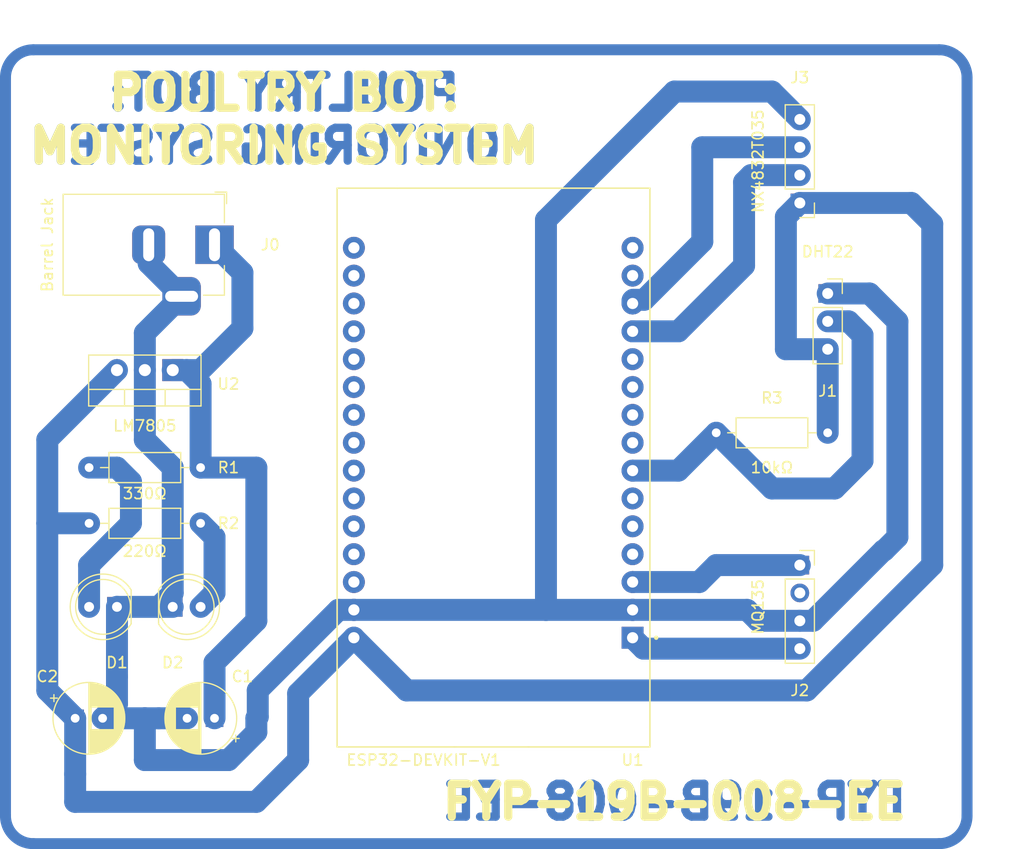
<source format=kicad_pcb>
(kicad_pcb (version 20171130) (host pcbnew "(5.1.10)-1")

  (general
    (thickness 1.6)
    (drawings 14)
    (tracks 104)
    (zones 0)
    (modules 13)
    (nets 34)
  )

  (page A4)
  (layers
    (0 F.Cu signal)
    (31 B.Cu signal)
    (32 B.Adhes user hide)
    (33 F.Adhes user hide)
    (34 B.Paste user hide)
    (35 F.Paste user hide)
    (36 B.SilkS user hide)
    (37 F.SilkS user)
    (38 B.Mask user hide)
    (39 F.Mask user hide)
    (40 Dwgs.User user)
    (41 Cmts.User user hide)
    (42 Eco1.User user hide)
    (43 Eco2.User user hide)
    (44 Edge.Cuts user hide)
    (45 Margin user hide)
    (46 B.CrtYd user hide)
    (47 F.CrtYd user)
    (48 B.Fab user hide)
    (49 F.Fab user hide)
  )

  (setup
    (last_trace_width 2)
    (user_trace_width 1.8)
    (user_trace_width 2)
    (user_trace_width 2.5)
    (trace_clearance 0.2)
    (zone_clearance 1)
    (zone_45_only no)
    (trace_min 0.2)
    (via_size 0.8)
    (via_drill 0.4)
    (via_min_size 0.4)
    (via_min_drill 0.3)
    (uvia_size 0.3)
    (uvia_drill 0.1)
    (uvias_allowed no)
    (uvia_min_size 0.2)
    (uvia_min_drill 0.1)
    (edge_width 0.05)
    (segment_width 0.2)
    (pcb_text_width 0.3)
    (pcb_text_size 1.5 1.5)
    (mod_edge_width 0.12)
    (mod_text_size 1 1)
    (mod_text_width 0.15)
    (pad_size 1.524 1.524)
    (pad_drill 0.762)
    (pad_to_mask_clearance 0)
    (aux_axis_origin 0 0)
    (visible_elements 7FFFFFFF)
    (pcbplotparams
      (layerselection 0x00020_fffffffe)
      (usegerberextensions false)
      (usegerberattributes true)
      (usegerberadvancedattributes true)
      (creategerberjobfile true)
      (excludeedgelayer true)
      (linewidth 0.100000)
      (plotframeref false)
      (viasonmask false)
      (mode 1)
      (useauxorigin false)
      (hpglpennumber 1)
      (hpglpenspeed 20)
      (hpglpendiameter 15.000000)
      (psnegative false)
      (psa4output false)
      (plotreference true)
      (plotvalue true)
      (plotinvisibletext false)
      (padsonsilk false)
      (subtractmaskfromsilk false)
      (outputformat 1)
      (mirror false)
      (drillshape 0)
      (scaleselection 1)
      (outputdirectory "./"))
  )

  (net 0 "")
  (net 1 GND)
  (net 2 "Net-(J2-Pad2)")
  (net 3 "Net-(U1-Pad4)")
  (net 4 "Net-(U1-Pad5)")
  (net 5 "Net-(U1-Pad6)")
  (net 6 "Net-(U1-Pad8)")
  (net 7 "Net-(U1-Pad9)")
  (net 8 "Net-(U1-Pad10)")
  (net 9 "Net-(U1-Pad11)")
  (net 10 "Net-(U1-Pad14)")
  (net 11 "Net-(U1-Pad28)")
  (net 12 "Net-(U1-Pad27)")
  (net 13 "Net-(U1-Pad26)")
  (net 14 "Net-(U1-Pad25)")
  (net 15 "Net-(U1-Pad24)")
  (net 16 "Net-(U1-Pad23)")
  (net 17 "Net-(U1-Pad22)")
  (net 18 "Net-(U1-Pad21)")
  (net 19 "Net-(U1-Pad20)")
  (net 20 "Net-(U1-Pad19)")
  (net 21 "Net-(U1-Pad18)")
  (net 22 "Net-(U1-Pad17)")
  (net 23 "Net-(U1-Pad16)")
  (net 24 "Net-(C1-Pad1)")
  (net 25 5V)
  (net 26 "Net-(D1-Pad2)")
  (net 27 "Net-(D2-Pad2)")
  (net 28 MQ135_DATA)
  (net 29 3.3V)
  (net 30 LCD_TX)
  (net 31 LCD_RX)
  (net 32 DHT22_DATA)
  (net 33 "Net-(U1-Pad15)")

  (net_class Default "This is the default net class."
    (clearance 0.2)
    (trace_width 0.25)
    (via_dia 0.8)
    (via_drill 0.4)
    (uvia_dia 0.3)
    (uvia_drill 0.1)
    (add_net 3.3V)
    (add_net 5V)
    (add_net DHT22_DATA)
    (add_net GND)
    (add_net LCD_RX)
    (add_net LCD_TX)
    (add_net MQ135_DATA)
    (add_net "Net-(C1-Pad1)")
    (add_net "Net-(D1-Pad2)")
    (add_net "Net-(D2-Pad2)")
    (add_net "Net-(J2-Pad2)")
    (add_net "Net-(U1-Pad10)")
    (add_net "Net-(U1-Pad11)")
    (add_net "Net-(U1-Pad14)")
    (add_net "Net-(U1-Pad15)")
    (add_net "Net-(U1-Pad16)")
    (add_net "Net-(U1-Pad17)")
    (add_net "Net-(U1-Pad18)")
    (add_net "Net-(U1-Pad19)")
    (add_net "Net-(U1-Pad20)")
    (add_net "Net-(U1-Pad21)")
    (add_net "Net-(U1-Pad22)")
    (add_net "Net-(U1-Pad23)")
    (add_net "Net-(U1-Pad24)")
    (add_net "Net-(U1-Pad25)")
    (add_net "Net-(U1-Pad26)")
    (add_net "Net-(U1-Pad27)")
    (add_net "Net-(U1-Pad28)")
    (add_net "Net-(U1-Pad4)")
    (add_net "Net-(U1-Pad5)")
    (add_net "Net-(U1-Pad6)")
    (add_net "Net-(U1-Pad8)")
    (add_net "Net-(U1-Pad9)")
  )

  (module Capacitor_THT:CP_Radial_D6.3mm_P2.50mm (layer F.Cu) (tedit 5AE50EF0) (tstamp 63B1AEE5)
    (at 63.5 137.16 180)
    (descr "CP, Radial series, Radial, pin pitch=2.50mm, , diameter=6.3mm, Electrolytic Capacitor")
    (tags "CP Radial series Radial pin pitch 2.50mm  diameter 6.3mm Electrolytic Capacitor")
    (path /63AE570A)
    (fp_text reference C1 (at -2.54 3.81) (layer F.SilkS)
      (effects (font (size 1 1) (thickness 0.15)))
    )
    (fp_text value 10μF (at 1.25 4.4) (layer F.Fab)
      (effects (font (size 1 1) (thickness 0.15)))
    )
    (fp_line (start -1.935241 -2.154) (end -1.935241 -1.524) (layer F.SilkS) (width 0.12))
    (fp_line (start -2.250241 -1.839) (end -1.620241 -1.839) (layer F.SilkS) (width 0.12))
    (fp_line (start 4.491 -0.402) (end 4.491 0.402) (layer F.SilkS) (width 0.12))
    (fp_line (start 4.451 -0.633) (end 4.451 0.633) (layer F.SilkS) (width 0.12))
    (fp_line (start 4.411 -0.802) (end 4.411 0.802) (layer F.SilkS) (width 0.12))
    (fp_line (start 4.371 -0.94) (end 4.371 0.94) (layer F.SilkS) (width 0.12))
    (fp_line (start 4.331 -1.059) (end 4.331 1.059) (layer F.SilkS) (width 0.12))
    (fp_line (start 4.291 -1.165) (end 4.291 1.165) (layer F.SilkS) (width 0.12))
    (fp_line (start 4.251 -1.262) (end 4.251 1.262) (layer F.SilkS) (width 0.12))
    (fp_line (start 4.211 -1.35) (end 4.211 1.35) (layer F.SilkS) (width 0.12))
    (fp_line (start 4.171 -1.432) (end 4.171 1.432) (layer F.SilkS) (width 0.12))
    (fp_line (start 4.131 -1.509) (end 4.131 1.509) (layer F.SilkS) (width 0.12))
    (fp_line (start 4.091 -1.581) (end 4.091 1.581) (layer F.SilkS) (width 0.12))
    (fp_line (start 4.051 -1.65) (end 4.051 1.65) (layer F.SilkS) (width 0.12))
    (fp_line (start 4.011 -1.714) (end 4.011 1.714) (layer F.SilkS) (width 0.12))
    (fp_line (start 3.971 -1.776) (end 3.971 1.776) (layer F.SilkS) (width 0.12))
    (fp_line (start 3.931 -1.834) (end 3.931 1.834) (layer F.SilkS) (width 0.12))
    (fp_line (start 3.891 -1.89) (end 3.891 1.89) (layer F.SilkS) (width 0.12))
    (fp_line (start 3.851 -1.944) (end 3.851 1.944) (layer F.SilkS) (width 0.12))
    (fp_line (start 3.811 -1.995) (end 3.811 1.995) (layer F.SilkS) (width 0.12))
    (fp_line (start 3.771 -2.044) (end 3.771 2.044) (layer F.SilkS) (width 0.12))
    (fp_line (start 3.731 -2.092) (end 3.731 2.092) (layer F.SilkS) (width 0.12))
    (fp_line (start 3.691 -2.137) (end 3.691 2.137) (layer F.SilkS) (width 0.12))
    (fp_line (start 3.651 -2.182) (end 3.651 2.182) (layer F.SilkS) (width 0.12))
    (fp_line (start 3.611 -2.224) (end 3.611 2.224) (layer F.SilkS) (width 0.12))
    (fp_line (start 3.571 -2.265) (end 3.571 2.265) (layer F.SilkS) (width 0.12))
    (fp_line (start 3.531 1.04) (end 3.531 2.305) (layer F.SilkS) (width 0.12))
    (fp_line (start 3.531 -2.305) (end 3.531 -1.04) (layer F.SilkS) (width 0.12))
    (fp_line (start 3.491 1.04) (end 3.491 2.343) (layer F.SilkS) (width 0.12))
    (fp_line (start 3.491 -2.343) (end 3.491 -1.04) (layer F.SilkS) (width 0.12))
    (fp_line (start 3.451 1.04) (end 3.451 2.38) (layer F.SilkS) (width 0.12))
    (fp_line (start 3.451 -2.38) (end 3.451 -1.04) (layer F.SilkS) (width 0.12))
    (fp_line (start 3.411 1.04) (end 3.411 2.416) (layer F.SilkS) (width 0.12))
    (fp_line (start 3.411 -2.416) (end 3.411 -1.04) (layer F.SilkS) (width 0.12))
    (fp_line (start 3.371 1.04) (end 3.371 2.45) (layer F.SilkS) (width 0.12))
    (fp_line (start 3.371 -2.45) (end 3.371 -1.04) (layer F.SilkS) (width 0.12))
    (fp_line (start 3.331 1.04) (end 3.331 2.484) (layer F.SilkS) (width 0.12))
    (fp_line (start 3.331 -2.484) (end 3.331 -1.04) (layer F.SilkS) (width 0.12))
    (fp_line (start 3.291 1.04) (end 3.291 2.516) (layer F.SilkS) (width 0.12))
    (fp_line (start 3.291 -2.516) (end 3.291 -1.04) (layer F.SilkS) (width 0.12))
    (fp_line (start 3.251 1.04) (end 3.251 2.548) (layer F.SilkS) (width 0.12))
    (fp_line (start 3.251 -2.548) (end 3.251 -1.04) (layer F.SilkS) (width 0.12))
    (fp_line (start 3.211 1.04) (end 3.211 2.578) (layer F.SilkS) (width 0.12))
    (fp_line (start 3.211 -2.578) (end 3.211 -1.04) (layer F.SilkS) (width 0.12))
    (fp_line (start 3.171 1.04) (end 3.171 2.607) (layer F.SilkS) (width 0.12))
    (fp_line (start 3.171 -2.607) (end 3.171 -1.04) (layer F.SilkS) (width 0.12))
    (fp_line (start 3.131 1.04) (end 3.131 2.636) (layer F.SilkS) (width 0.12))
    (fp_line (start 3.131 -2.636) (end 3.131 -1.04) (layer F.SilkS) (width 0.12))
    (fp_line (start 3.091 1.04) (end 3.091 2.664) (layer F.SilkS) (width 0.12))
    (fp_line (start 3.091 -2.664) (end 3.091 -1.04) (layer F.SilkS) (width 0.12))
    (fp_line (start 3.051 1.04) (end 3.051 2.69) (layer F.SilkS) (width 0.12))
    (fp_line (start 3.051 -2.69) (end 3.051 -1.04) (layer F.SilkS) (width 0.12))
    (fp_line (start 3.011 1.04) (end 3.011 2.716) (layer F.SilkS) (width 0.12))
    (fp_line (start 3.011 -2.716) (end 3.011 -1.04) (layer F.SilkS) (width 0.12))
    (fp_line (start 2.971 1.04) (end 2.971 2.742) (layer F.SilkS) (width 0.12))
    (fp_line (start 2.971 -2.742) (end 2.971 -1.04) (layer F.SilkS) (width 0.12))
    (fp_line (start 2.931 1.04) (end 2.931 2.766) (layer F.SilkS) (width 0.12))
    (fp_line (start 2.931 -2.766) (end 2.931 -1.04) (layer F.SilkS) (width 0.12))
    (fp_line (start 2.891 1.04) (end 2.891 2.79) (layer F.SilkS) (width 0.12))
    (fp_line (start 2.891 -2.79) (end 2.891 -1.04) (layer F.SilkS) (width 0.12))
    (fp_line (start 2.851 1.04) (end 2.851 2.812) (layer F.SilkS) (width 0.12))
    (fp_line (start 2.851 -2.812) (end 2.851 -1.04) (layer F.SilkS) (width 0.12))
    (fp_line (start 2.811 1.04) (end 2.811 2.834) (layer F.SilkS) (width 0.12))
    (fp_line (start 2.811 -2.834) (end 2.811 -1.04) (layer F.SilkS) (width 0.12))
    (fp_line (start 2.771 1.04) (end 2.771 2.856) (layer F.SilkS) (width 0.12))
    (fp_line (start 2.771 -2.856) (end 2.771 -1.04) (layer F.SilkS) (width 0.12))
    (fp_line (start 2.731 1.04) (end 2.731 2.876) (layer F.SilkS) (width 0.12))
    (fp_line (start 2.731 -2.876) (end 2.731 -1.04) (layer F.SilkS) (width 0.12))
    (fp_line (start 2.691 1.04) (end 2.691 2.896) (layer F.SilkS) (width 0.12))
    (fp_line (start 2.691 -2.896) (end 2.691 -1.04) (layer F.SilkS) (width 0.12))
    (fp_line (start 2.651 1.04) (end 2.651 2.916) (layer F.SilkS) (width 0.12))
    (fp_line (start 2.651 -2.916) (end 2.651 -1.04) (layer F.SilkS) (width 0.12))
    (fp_line (start 2.611 1.04) (end 2.611 2.934) (layer F.SilkS) (width 0.12))
    (fp_line (start 2.611 -2.934) (end 2.611 -1.04) (layer F.SilkS) (width 0.12))
    (fp_line (start 2.571 1.04) (end 2.571 2.952) (layer F.SilkS) (width 0.12))
    (fp_line (start 2.571 -2.952) (end 2.571 -1.04) (layer F.SilkS) (width 0.12))
    (fp_line (start 2.531 1.04) (end 2.531 2.97) (layer F.SilkS) (width 0.12))
    (fp_line (start 2.531 -2.97) (end 2.531 -1.04) (layer F.SilkS) (width 0.12))
    (fp_line (start 2.491 1.04) (end 2.491 2.986) (layer F.SilkS) (width 0.12))
    (fp_line (start 2.491 -2.986) (end 2.491 -1.04) (layer F.SilkS) (width 0.12))
    (fp_line (start 2.451 1.04) (end 2.451 3.002) (layer F.SilkS) (width 0.12))
    (fp_line (start 2.451 -3.002) (end 2.451 -1.04) (layer F.SilkS) (width 0.12))
    (fp_line (start 2.411 1.04) (end 2.411 3.018) (layer F.SilkS) (width 0.12))
    (fp_line (start 2.411 -3.018) (end 2.411 -1.04) (layer F.SilkS) (width 0.12))
    (fp_line (start 2.371 1.04) (end 2.371 3.033) (layer F.SilkS) (width 0.12))
    (fp_line (start 2.371 -3.033) (end 2.371 -1.04) (layer F.SilkS) (width 0.12))
    (fp_line (start 2.331 1.04) (end 2.331 3.047) (layer F.SilkS) (width 0.12))
    (fp_line (start 2.331 -3.047) (end 2.331 -1.04) (layer F.SilkS) (width 0.12))
    (fp_line (start 2.291 1.04) (end 2.291 3.061) (layer F.SilkS) (width 0.12))
    (fp_line (start 2.291 -3.061) (end 2.291 -1.04) (layer F.SilkS) (width 0.12))
    (fp_line (start 2.251 1.04) (end 2.251 3.074) (layer F.SilkS) (width 0.12))
    (fp_line (start 2.251 -3.074) (end 2.251 -1.04) (layer F.SilkS) (width 0.12))
    (fp_line (start 2.211 1.04) (end 2.211 3.086) (layer F.SilkS) (width 0.12))
    (fp_line (start 2.211 -3.086) (end 2.211 -1.04) (layer F.SilkS) (width 0.12))
    (fp_line (start 2.171 1.04) (end 2.171 3.098) (layer F.SilkS) (width 0.12))
    (fp_line (start 2.171 -3.098) (end 2.171 -1.04) (layer F.SilkS) (width 0.12))
    (fp_line (start 2.131 1.04) (end 2.131 3.11) (layer F.SilkS) (width 0.12))
    (fp_line (start 2.131 -3.11) (end 2.131 -1.04) (layer F.SilkS) (width 0.12))
    (fp_line (start 2.091 1.04) (end 2.091 3.121) (layer F.SilkS) (width 0.12))
    (fp_line (start 2.091 -3.121) (end 2.091 -1.04) (layer F.SilkS) (width 0.12))
    (fp_line (start 2.051 1.04) (end 2.051 3.131) (layer F.SilkS) (width 0.12))
    (fp_line (start 2.051 -3.131) (end 2.051 -1.04) (layer F.SilkS) (width 0.12))
    (fp_line (start 2.011 1.04) (end 2.011 3.141) (layer F.SilkS) (width 0.12))
    (fp_line (start 2.011 -3.141) (end 2.011 -1.04) (layer F.SilkS) (width 0.12))
    (fp_line (start 1.971 1.04) (end 1.971 3.15) (layer F.SilkS) (width 0.12))
    (fp_line (start 1.971 -3.15) (end 1.971 -1.04) (layer F.SilkS) (width 0.12))
    (fp_line (start 1.93 1.04) (end 1.93 3.159) (layer F.SilkS) (width 0.12))
    (fp_line (start 1.93 -3.159) (end 1.93 -1.04) (layer F.SilkS) (width 0.12))
    (fp_line (start 1.89 1.04) (end 1.89 3.167) (layer F.SilkS) (width 0.12))
    (fp_line (start 1.89 -3.167) (end 1.89 -1.04) (layer F.SilkS) (width 0.12))
    (fp_line (start 1.85 1.04) (end 1.85 3.175) (layer F.SilkS) (width 0.12))
    (fp_line (start 1.85 -3.175) (end 1.85 -1.04) (layer F.SilkS) (width 0.12))
    (fp_line (start 1.81 1.04) (end 1.81 3.182) (layer F.SilkS) (width 0.12))
    (fp_line (start 1.81 -3.182) (end 1.81 -1.04) (layer F.SilkS) (width 0.12))
    (fp_line (start 1.77 1.04) (end 1.77 3.189) (layer F.SilkS) (width 0.12))
    (fp_line (start 1.77 -3.189) (end 1.77 -1.04) (layer F.SilkS) (width 0.12))
    (fp_line (start 1.73 1.04) (end 1.73 3.195) (layer F.SilkS) (width 0.12))
    (fp_line (start 1.73 -3.195) (end 1.73 -1.04) (layer F.SilkS) (width 0.12))
    (fp_line (start 1.69 1.04) (end 1.69 3.201) (layer F.SilkS) (width 0.12))
    (fp_line (start 1.69 -3.201) (end 1.69 -1.04) (layer F.SilkS) (width 0.12))
    (fp_line (start 1.65 1.04) (end 1.65 3.206) (layer F.SilkS) (width 0.12))
    (fp_line (start 1.65 -3.206) (end 1.65 -1.04) (layer F.SilkS) (width 0.12))
    (fp_line (start 1.61 1.04) (end 1.61 3.211) (layer F.SilkS) (width 0.12))
    (fp_line (start 1.61 -3.211) (end 1.61 -1.04) (layer F.SilkS) (width 0.12))
    (fp_line (start 1.57 1.04) (end 1.57 3.215) (layer F.SilkS) (width 0.12))
    (fp_line (start 1.57 -3.215) (end 1.57 -1.04) (layer F.SilkS) (width 0.12))
    (fp_line (start 1.53 1.04) (end 1.53 3.218) (layer F.SilkS) (width 0.12))
    (fp_line (start 1.53 -3.218) (end 1.53 -1.04) (layer F.SilkS) (width 0.12))
    (fp_line (start 1.49 1.04) (end 1.49 3.222) (layer F.SilkS) (width 0.12))
    (fp_line (start 1.49 -3.222) (end 1.49 -1.04) (layer F.SilkS) (width 0.12))
    (fp_line (start 1.45 -3.224) (end 1.45 3.224) (layer F.SilkS) (width 0.12))
    (fp_line (start 1.41 -3.227) (end 1.41 3.227) (layer F.SilkS) (width 0.12))
    (fp_line (start 1.37 -3.228) (end 1.37 3.228) (layer F.SilkS) (width 0.12))
    (fp_line (start 1.33 -3.23) (end 1.33 3.23) (layer F.SilkS) (width 0.12))
    (fp_line (start 1.29 -3.23) (end 1.29 3.23) (layer F.SilkS) (width 0.12))
    (fp_line (start 1.25 -3.23) (end 1.25 3.23) (layer F.SilkS) (width 0.12))
    (fp_line (start -1.128972 -1.6885) (end -1.128972 -1.0585) (layer F.Fab) (width 0.1))
    (fp_line (start -1.443972 -1.3735) (end -0.813972 -1.3735) (layer F.Fab) (width 0.1))
    (fp_circle (center 1.25 0) (end 4.65 0) (layer F.CrtYd) (width 0.05))
    (fp_circle (center 1.25 0) (end 4.52 0) (layer F.SilkS) (width 0.12))
    (fp_circle (center 1.25 0) (end 4.4 0) (layer F.Fab) (width 0.1))
    (fp_text user %R (at 1.25 0) (layer F.Fab)
      (effects (font (size 1 1) (thickness 0.15)))
    )
    (pad 1 thru_hole rect (at 0 0 180) (size 1.6 1.6) (drill 0.8) (layers *.Cu *.Mask)
      (net 24 "Net-(C1-Pad1)"))
    (pad 2 thru_hole circle (at 2.5 0 180) (size 1.6 1.6) (drill 0.8) (layers *.Cu *.Mask)
      (net 1 GND))
    (model ${KISYS3DMOD}/Capacitor_THT.3dshapes/CP_Radial_D6.3mm_P2.50mm.wrl
      (at (xyz 0 0 0))
      (scale (xyz 1 1 1))
      (rotate (xyz 0 0 0))
    )
  )

  (module Capacitor_THT:CP_Radial_D6.3mm_P2.50mm (layer F.Cu) (tedit 5AE50EF0) (tstamp 63B1AF79)
    (at 50.8 137.16)
    (descr "CP, Radial series, Radial, pin pitch=2.50mm, , diameter=6.3mm, Electrolytic Capacitor")
    (tags "CP Radial series Radial pin pitch 2.50mm  diameter 6.3mm Electrolytic Capacitor")
    (path /63AE5E5B)
    (fp_text reference C2 (at -2.54 -3.81) (layer F.SilkS)
      (effects (font (size 1 1) (thickness 0.15)))
    )
    (fp_text value 1μF (at 1.25 4.4) (layer F.Fab)
      (effects (font (size 1 1) (thickness 0.15)))
    )
    (fp_circle (center 1.25 0) (end 4.4 0) (layer F.Fab) (width 0.1))
    (fp_circle (center 1.25 0) (end 4.52 0) (layer F.SilkS) (width 0.12))
    (fp_circle (center 1.25 0) (end 4.65 0) (layer F.CrtYd) (width 0.05))
    (fp_line (start -1.443972 -1.3735) (end -0.813972 -1.3735) (layer F.Fab) (width 0.1))
    (fp_line (start -1.128972 -1.6885) (end -1.128972 -1.0585) (layer F.Fab) (width 0.1))
    (fp_line (start 1.25 -3.23) (end 1.25 3.23) (layer F.SilkS) (width 0.12))
    (fp_line (start 1.29 -3.23) (end 1.29 3.23) (layer F.SilkS) (width 0.12))
    (fp_line (start 1.33 -3.23) (end 1.33 3.23) (layer F.SilkS) (width 0.12))
    (fp_line (start 1.37 -3.228) (end 1.37 3.228) (layer F.SilkS) (width 0.12))
    (fp_line (start 1.41 -3.227) (end 1.41 3.227) (layer F.SilkS) (width 0.12))
    (fp_line (start 1.45 -3.224) (end 1.45 3.224) (layer F.SilkS) (width 0.12))
    (fp_line (start 1.49 -3.222) (end 1.49 -1.04) (layer F.SilkS) (width 0.12))
    (fp_line (start 1.49 1.04) (end 1.49 3.222) (layer F.SilkS) (width 0.12))
    (fp_line (start 1.53 -3.218) (end 1.53 -1.04) (layer F.SilkS) (width 0.12))
    (fp_line (start 1.53 1.04) (end 1.53 3.218) (layer F.SilkS) (width 0.12))
    (fp_line (start 1.57 -3.215) (end 1.57 -1.04) (layer F.SilkS) (width 0.12))
    (fp_line (start 1.57 1.04) (end 1.57 3.215) (layer F.SilkS) (width 0.12))
    (fp_line (start 1.61 -3.211) (end 1.61 -1.04) (layer F.SilkS) (width 0.12))
    (fp_line (start 1.61 1.04) (end 1.61 3.211) (layer F.SilkS) (width 0.12))
    (fp_line (start 1.65 -3.206) (end 1.65 -1.04) (layer F.SilkS) (width 0.12))
    (fp_line (start 1.65 1.04) (end 1.65 3.206) (layer F.SilkS) (width 0.12))
    (fp_line (start 1.69 -3.201) (end 1.69 -1.04) (layer F.SilkS) (width 0.12))
    (fp_line (start 1.69 1.04) (end 1.69 3.201) (layer F.SilkS) (width 0.12))
    (fp_line (start 1.73 -3.195) (end 1.73 -1.04) (layer F.SilkS) (width 0.12))
    (fp_line (start 1.73 1.04) (end 1.73 3.195) (layer F.SilkS) (width 0.12))
    (fp_line (start 1.77 -3.189) (end 1.77 -1.04) (layer F.SilkS) (width 0.12))
    (fp_line (start 1.77 1.04) (end 1.77 3.189) (layer F.SilkS) (width 0.12))
    (fp_line (start 1.81 -3.182) (end 1.81 -1.04) (layer F.SilkS) (width 0.12))
    (fp_line (start 1.81 1.04) (end 1.81 3.182) (layer F.SilkS) (width 0.12))
    (fp_line (start 1.85 -3.175) (end 1.85 -1.04) (layer F.SilkS) (width 0.12))
    (fp_line (start 1.85 1.04) (end 1.85 3.175) (layer F.SilkS) (width 0.12))
    (fp_line (start 1.89 -3.167) (end 1.89 -1.04) (layer F.SilkS) (width 0.12))
    (fp_line (start 1.89 1.04) (end 1.89 3.167) (layer F.SilkS) (width 0.12))
    (fp_line (start 1.93 -3.159) (end 1.93 -1.04) (layer F.SilkS) (width 0.12))
    (fp_line (start 1.93 1.04) (end 1.93 3.159) (layer F.SilkS) (width 0.12))
    (fp_line (start 1.971 -3.15) (end 1.971 -1.04) (layer F.SilkS) (width 0.12))
    (fp_line (start 1.971 1.04) (end 1.971 3.15) (layer F.SilkS) (width 0.12))
    (fp_line (start 2.011 -3.141) (end 2.011 -1.04) (layer F.SilkS) (width 0.12))
    (fp_line (start 2.011 1.04) (end 2.011 3.141) (layer F.SilkS) (width 0.12))
    (fp_line (start 2.051 -3.131) (end 2.051 -1.04) (layer F.SilkS) (width 0.12))
    (fp_line (start 2.051 1.04) (end 2.051 3.131) (layer F.SilkS) (width 0.12))
    (fp_line (start 2.091 -3.121) (end 2.091 -1.04) (layer F.SilkS) (width 0.12))
    (fp_line (start 2.091 1.04) (end 2.091 3.121) (layer F.SilkS) (width 0.12))
    (fp_line (start 2.131 -3.11) (end 2.131 -1.04) (layer F.SilkS) (width 0.12))
    (fp_line (start 2.131 1.04) (end 2.131 3.11) (layer F.SilkS) (width 0.12))
    (fp_line (start 2.171 -3.098) (end 2.171 -1.04) (layer F.SilkS) (width 0.12))
    (fp_line (start 2.171 1.04) (end 2.171 3.098) (layer F.SilkS) (width 0.12))
    (fp_line (start 2.211 -3.086) (end 2.211 -1.04) (layer F.SilkS) (width 0.12))
    (fp_line (start 2.211 1.04) (end 2.211 3.086) (layer F.SilkS) (width 0.12))
    (fp_line (start 2.251 -3.074) (end 2.251 -1.04) (layer F.SilkS) (width 0.12))
    (fp_line (start 2.251 1.04) (end 2.251 3.074) (layer F.SilkS) (width 0.12))
    (fp_line (start 2.291 -3.061) (end 2.291 -1.04) (layer F.SilkS) (width 0.12))
    (fp_line (start 2.291 1.04) (end 2.291 3.061) (layer F.SilkS) (width 0.12))
    (fp_line (start 2.331 -3.047) (end 2.331 -1.04) (layer F.SilkS) (width 0.12))
    (fp_line (start 2.331 1.04) (end 2.331 3.047) (layer F.SilkS) (width 0.12))
    (fp_line (start 2.371 -3.033) (end 2.371 -1.04) (layer F.SilkS) (width 0.12))
    (fp_line (start 2.371 1.04) (end 2.371 3.033) (layer F.SilkS) (width 0.12))
    (fp_line (start 2.411 -3.018) (end 2.411 -1.04) (layer F.SilkS) (width 0.12))
    (fp_line (start 2.411 1.04) (end 2.411 3.018) (layer F.SilkS) (width 0.12))
    (fp_line (start 2.451 -3.002) (end 2.451 -1.04) (layer F.SilkS) (width 0.12))
    (fp_line (start 2.451 1.04) (end 2.451 3.002) (layer F.SilkS) (width 0.12))
    (fp_line (start 2.491 -2.986) (end 2.491 -1.04) (layer F.SilkS) (width 0.12))
    (fp_line (start 2.491 1.04) (end 2.491 2.986) (layer F.SilkS) (width 0.12))
    (fp_line (start 2.531 -2.97) (end 2.531 -1.04) (layer F.SilkS) (width 0.12))
    (fp_line (start 2.531 1.04) (end 2.531 2.97) (layer F.SilkS) (width 0.12))
    (fp_line (start 2.571 -2.952) (end 2.571 -1.04) (layer F.SilkS) (width 0.12))
    (fp_line (start 2.571 1.04) (end 2.571 2.952) (layer F.SilkS) (width 0.12))
    (fp_line (start 2.611 -2.934) (end 2.611 -1.04) (layer F.SilkS) (width 0.12))
    (fp_line (start 2.611 1.04) (end 2.611 2.934) (layer F.SilkS) (width 0.12))
    (fp_line (start 2.651 -2.916) (end 2.651 -1.04) (layer F.SilkS) (width 0.12))
    (fp_line (start 2.651 1.04) (end 2.651 2.916) (layer F.SilkS) (width 0.12))
    (fp_line (start 2.691 -2.896) (end 2.691 -1.04) (layer F.SilkS) (width 0.12))
    (fp_line (start 2.691 1.04) (end 2.691 2.896) (layer F.SilkS) (width 0.12))
    (fp_line (start 2.731 -2.876) (end 2.731 -1.04) (layer F.SilkS) (width 0.12))
    (fp_line (start 2.731 1.04) (end 2.731 2.876) (layer F.SilkS) (width 0.12))
    (fp_line (start 2.771 -2.856) (end 2.771 -1.04) (layer F.SilkS) (width 0.12))
    (fp_line (start 2.771 1.04) (end 2.771 2.856) (layer F.SilkS) (width 0.12))
    (fp_line (start 2.811 -2.834) (end 2.811 -1.04) (layer F.SilkS) (width 0.12))
    (fp_line (start 2.811 1.04) (end 2.811 2.834) (layer F.SilkS) (width 0.12))
    (fp_line (start 2.851 -2.812) (end 2.851 -1.04) (layer F.SilkS) (width 0.12))
    (fp_line (start 2.851 1.04) (end 2.851 2.812) (layer F.SilkS) (width 0.12))
    (fp_line (start 2.891 -2.79) (end 2.891 -1.04) (layer F.SilkS) (width 0.12))
    (fp_line (start 2.891 1.04) (end 2.891 2.79) (layer F.SilkS) (width 0.12))
    (fp_line (start 2.931 -2.766) (end 2.931 -1.04) (layer F.SilkS) (width 0.12))
    (fp_line (start 2.931 1.04) (end 2.931 2.766) (layer F.SilkS) (width 0.12))
    (fp_line (start 2.971 -2.742) (end 2.971 -1.04) (layer F.SilkS) (width 0.12))
    (fp_line (start 2.971 1.04) (end 2.971 2.742) (layer F.SilkS) (width 0.12))
    (fp_line (start 3.011 -2.716) (end 3.011 -1.04) (layer F.SilkS) (width 0.12))
    (fp_line (start 3.011 1.04) (end 3.011 2.716) (layer F.SilkS) (width 0.12))
    (fp_line (start 3.051 -2.69) (end 3.051 -1.04) (layer F.SilkS) (width 0.12))
    (fp_line (start 3.051 1.04) (end 3.051 2.69) (layer F.SilkS) (width 0.12))
    (fp_line (start 3.091 -2.664) (end 3.091 -1.04) (layer F.SilkS) (width 0.12))
    (fp_line (start 3.091 1.04) (end 3.091 2.664) (layer F.SilkS) (width 0.12))
    (fp_line (start 3.131 -2.636) (end 3.131 -1.04) (layer F.SilkS) (width 0.12))
    (fp_line (start 3.131 1.04) (end 3.131 2.636) (layer F.SilkS) (width 0.12))
    (fp_line (start 3.171 -2.607) (end 3.171 -1.04) (layer F.SilkS) (width 0.12))
    (fp_line (start 3.171 1.04) (end 3.171 2.607) (layer F.SilkS) (width 0.12))
    (fp_line (start 3.211 -2.578) (end 3.211 -1.04) (layer F.SilkS) (width 0.12))
    (fp_line (start 3.211 1.04) (end 3.211 2.578) (layer F.SilkS) (width 0.12))
    (fp_line (start 3.251 -2.548) (end 3.251 -1.04) (layer F.SilkS) (width 0.12))
    (fp_line (start 3.251 1.04) (end 3.251 2.548) (layer F.SilkS) (width 0.12))
    (fp_line (start 3.291 -2.516) (end 3.291 -1.04) (layer F.SilkS) (width 0.12))
    (fp_line (start 3.291 1.04) (end 3.291 2.516) (layer F.SilkS) (width 0.12))
    (fp_line (start 3.331 -2.484) (end 3.331 -1.04) (layer F.SilkS) (width 0.12))
    (fp_line (start 3.331 1.04) (end 3.331 2.484) (layer F.SilkS) (width 0.12))
    (fp_line (start 3.371 -2.45) (end 3.371 -1.04) (layer F.SilkS) (width 0.12))
    (fp_line (start 3.371 1.04) (end 3.371 2.45) (layer F.SilkS) (width 0.12))
    (fp_line (start 3.411 -2.416) (end 3.411 -1.04) (layer F.SilkS) (width 0.12))
    (fp_line (start 3.411 1.04) (end 3.411 2.416) (layer F.SilkS) (width 0.12))
    (fp_line (start 3.451 -2.38) (end 3.451 -1.04) (layer F.SilkS) (width 0.12))
    (fp_line (start 3.451 1.04) (end 3.451 2.38) (layer F.SilkS) (width 0.12))
    (fp_line (start 3.491 -2.343) (end 3.491 -1.04) (layer F.SilkS) (width 0.12))
    (fp_line (start 3.491 1.04) (end 3.491 2.343) (layer F.SilkS) (width 0.12))
    (fp_line (start 3.531 -2.305) (end 3.531 -1.04) (layer F.SilkS) (width 0.12))
    (fp_line (start 3.531 1.04) (end 3.531 2.305) (layer F.SilkS) (width 0.12))
    (fp_line (start 3.571 -2.265) (end 3.571 2.265) (layer F.SilkS) (width 0.12))
    (fp_line (start 3.611 -2.224) (end 3.611 2.224) (layer F.SilkS) (width 0.12))
    (fp_line (start 3.651 -2.182) (end 3.651 2.182) (layer F.SilkS) (width 0.12))
    (fp_line (start 3.691 -2.137) (end 3.691 2.137) (layer F.SilkS) (width 0.12))
    (fp_line (start 3.731 -2.092) (end 3.731 2.092) (layer F.SilkS) (width 0.12))
    (fp_line (start 3.771 -2.044) (end 3.771 2.044) (layer F.SilkS) (width 0.12))
    (fp_line (start 3.811 -1.995) (end 3.811 1.995) (layer F.SilkS) (width 0.12))
    (fp_line (start 3.851 -1.944) (end 3.851 1.944) (layer F.SilkS) (width 0.12))
    (fp_line (start 3.891 -1.89) (end 3.891 1.89) (layer F.SilkS) (width 0.12))
    (fp_line (start 3.931 -1.834) (end 3.931 1.834) (layer F.SilkS) (width 0.12))
    (fp_line (start 3.971 -1.776) (end 3.971 1.776) (layer F.SilkS) (width 0.12))
    (fp_line (start 4.011 -1.714) (end 4.011 1.714) (layer F.SilkS) (width 0.12))
    (fp_line (start 4.051 -1.65) (end 4.051 1.65) (layer F.SilkS) (width 0.12))
    (fp_line (start 4.091 -1.581) (end 4.091 1.581) (layer F.SilkS) (width 0.12))
    (fp_line (start 4.131 -1.509) (end 4.131 1.509) (layer F.SilkS) (width 0.12))
    (fp_line (start 4.171 -1.432) (end 4.171 1.432) (layer F.SilkS) (width 0.12))
    (fp_line (start 4.211 -1.35) (end 4.211 1.35) (layer F.SilkS) (width 0.12))
    (fp_line (start 4.251 -1.262) (end 4.251 1.262) (layer F.SilkS) (width 0.12))
    (fp_line (start 4.291 -1.165) (end 4.291 1.165) (layer F.SilkS) (width 0.12))
    (fp_line (start 4.331 -1.059) (end 4.331 1.059) (layer F.SilkS) (width 0.12))
    (fp_line (start 4.371 -0.94) (end 4.371 0.94) (layer F.SilkS) (width 0.12))
    (fp_line (start 4.411 -0.802) (end 4.411 0.802) (layer F.SilkS) (width 0.12))
    (fp_line (start 4.451 -0.633) (end 4.451 0.633) (layer F.SilkS) (width 0.12))
    (fp_line (start 4.491 -0.402) (end 4.491 0.402) (layer F.SilkS) (width 0.12))
    (fp_line (start -2.250241 -1.839) (end -1.620241 -1.839) (layer F.SilkS) (width 0.12))
    (fp_line (start -1.935241 -2.154) (end -1.935241 -1.524) (layer F.SilkS) (width 0.12))
    (fp_text user %R (at 1.25 0) (layer F.Fab)
      (effects (font (size 1 1) (thickness 0.15)))
    )
    (pad 2 thru_hole circle (at 2.5 0) (size 1.6 1.6) (drill 0.8) (layers *.Cu *.Mask)
      (net 1 GND))
    (pad 1 thru_hole rect (at 0 0) (size 1.6 1.6) (drill 0.8) (layers *.Cu *.Mask)
      (net 25 5V))
    (model ${KISYS3DMOD}/Capacitor_THT.3dshapes/CP_Radial_D6.3mm_P2.50mm.wrl
      (at (xyz 0 0 0))
      (scale (xyz 1 1 1))
      (rotate (xyz 0 0 0))
    )
  )

  (module LED_THT:LED_D5.0mm_Clear (layer F.Cu) (tedit 5A6C9BC0) (tstamp 63B1AF8B)
    (at 54.61 127 180)
    (descr "LED, diameter 5.0mm, 2 pins, http://cdn-reichelt.de/documents/datenblatt/A500/LL-504BC2E-009.pdf")
    (tags "LED diameter 5.0mm 2 pins")
    (path /63AFB23D)
    (fp_text reference D1 (at 0 -5.08) (layer F.SilkS)
      (effects (font (size 1 1) (thickness 0.15)))
    )
    (fp_text value LED (at 1.27 3.96) (layer F.Fab)
      (effects (font (size 1 1) (thickness 0.15)))
    )
    (fp_circle (center 1.27 0) (end 3.77 0) (layer F.SilkS) (width 0.12))
    (fp_circle (center 1.27 0) (end 3.77 0) (layer F.Fab) (width 0.1))
    (fp_line (start 4.5 -3.25) (end -1.95 -3.25) (layer F.CrtYd) (width 0.05))
    (fp_line (start 4.5 3.25) (end 4.5 -3.25) (layer F.CrtYd) (width 0.05))
    (fp_line (start -1.95 3.25) (end 4.5 3.25) (layer F.CrtYd) (width 0.05))
    (fp_line (start -1.95 -3.25) (end -1.95 3.25) (layer F.CrtYd) (width 0.05))
    (fp_line (start -1.29 -1.545) (end -1.29 1.545) (layer F.SilkS) (width 0.12))
    (fp_line (start -1.23 -1.469694) (end -1.23 1.469694) (layer F.Fab) (width 0.1))
    (fp_text user %R (at 1.25 0) (layer F.Fab)
      (effects (font (size 0.8 0.8) (thickness 0.2)))
    )
    (fp_arc (start 1.27 0) (end -1.23 -1.469694) (angle 299.1) (layer F.Fab) (width 0.1))
    (fp_arc (start 1.27 0) (end -1.29 -1.54483) (angle 148.9) (layer F.SilkS) (width 0.12))
    (fp_arc (start 1.27 0) (end -1.29 1.54483) (angle -148.9) (layer F.SilkS) (width 0.12))
    (pad 1 thru_hole rect (at 0 0 180) (size 1.8 1.8) (drill 0.9) (layers *.Cu *.Mask)
      (net 1 GND))
    (pad 2 thru_hole circle (at 2.54 0 180) (size 1.8 1.8) (drill 0.9) (layers *.Cu *.Mask)
      (net 26 "Net-(D1-Pad2)"))
    (model ${KISYS3DMOD}/LED_THT.3dshapes/LED_D5.0mm_Clear.wrl
      (at (xyz 0 0 0))
      (scale (xyz 1 1 1))
      (rotate (xyz 0 0 0))
    )
  )

  (module LED_THT:LED_D5.0mm_Clear (layer F.Cu) (tedit 5A6C9BC0) (tstamp 63B1AF9D)
    (at 59.69 127)
    (descr "LED, diameter 5.0mm, 2 pins, http://cdn-reichelt.de/documents/datenblatt/A500/LL-504BC2E-009.pdf")
    (tags "LED diameter 5.0mm 2 pins")
    (path /63B01261)
    (fp_text reference D2 (at 0 5.08) (layer F.SilkS)
      (effects (font (size 1 1) (thickness 0.15)))
    )
    (fp_text value LED (at 1.27 3.96) (layer F.Fab)
      (effects (font (size 1 1) (thickness 0.15)))
    )
    (fp_line (start -1.23 -1.469694) (end -1.23 1.469694) (layer F.Fab) (width 0.1))
    (fp_line (start -1.29 -1.545) (end -1.29 1.545) (layer F.SilkS) (width 0.12))
    (fp_line (start -1.95 -3.25) (end -1.95 3.25) (layer F.CrtYd) (width 0.05))
    (fp_line (start -1.95 3.25) (end 4.5 3.25) (layer F.CrtYd) (width 0.05))
    (fp_line (start 4.5 3.25) (end 4.5 -3.25) (layer F.CrtYd) (width 0.05))
    (fp_line (start 4.5 -3.25) (end -1.95 -3.25) (layer F.CrtYd) (width 0.05))
    (fp_circle (center 1.27 0) (end 3.77 0) (layer F.Fab) (width 0.1))
    (fp_circle (center 1.27 0) (end 3.77 0) (layer F.SilkS) (width 0.12))
    (fp_arc (start 1.27 0) (end -1.29 1.54483) (angle -148.9) (layer F.SilkS) (width 0.12))
    (fp_arc (start 1.27 0) (end -1.29 -1.54483) (angle 148.9) (layer F.SilkS) (width 0.12))
    (fp_arc (start 1.27 0) (end -1.23 -1.469694) (angle 299.1) (layer F.Fab) (width 0.1))
    (fp_text user %R (at 1.25 0) (layer F.Fab)
      (effects (font (size 0.8 0.8) (thickness 0.2)))
    )
    (pad 2 thru_hole circle (at 2.54 0) (size 1.8 1.8) (drill 0.9) (layers *.Cu *.Mask)
      (net 27 "Net-(D2-Pad2)"))
    (pad 1 thru_hole rect (at 0 0) (size 1.8 1.8) (drill 0.9) (layers *.Cu *.Mask)
      (net 1 GND))
    (model ${KISYS3DMOD}/LED_THT.3dshapes/LED_D5.0mm_Clear.wrl
      (at (xyz 0 0 0))
      (scale (xyz 1 1 1))
      (rotate (xyz 0 0 0))
    )
  )

  (module Connector_BarrelJack:BarrelJack_Horizontal (layer F.Cu) (tedit 5A1DBF6A) (tstamp 63B1AFC0)
    (at 63.5 93.98)
    (descr "DC Barrel Jack")
    (tags "Power Jack")
    (path /63B172B7)
    (fp_text reference J0 (at 5.08 0) (layer F.SilkS)
      (effects (font (size 1 1) (thickness 0.15)))
    )
    (fp_text value "Barrel Jack" (at -15.24 0 90) (layer F.SilkS)
      (effects (font (size 1 1) (thickness 0.15)))
    )
    (fp_line (start 0 -4.5) (end -13.7 -4.5) (layer F.Fab) (width 0.1))
    (fp_line (start 0.8 4.5) (end 0.8 -3.75) (layer F.Fab) (width 0.1))
    (fp_line (start -13.7 4.5) (end 0.8 4.5) (layer F.Fab) (width 0.1))
    (fp_line (start -13.7 -4.5) (end -13.7 4.5) (layer F.Fab) (width 0.1))
    (fp_line (start -10.2 -4.5) (end -10.2 4.5) (layer F.Fab) (width 0.1))
    (fp_line (start 0.9 -4.6) (end 0.9 -2) (layer F.SilkS) (width 0.12))
    (fp_line (start -13.8 -4.6) (end 0.9 -4.6) (layer F.SilkS) (width 0.12))
    (fp_line (start 0.9 4.6) (end -1 4.6) (layer F.SilkS) (width 0.12))
    (fp_line (start 0.9 1.9) (end 0.9 4.6) (layer F.SilkS) (width 0.12))
    (fp_line (start -13.8 4.6) (end -13.8 -4.6) (layer F.SilkS) (width 0.12))
    (fp_line (start -5 4.6) (end -13.8 4.6) (layer F.SilkS) (width 0.12))
    (fp_line (start -14 4.75) (end -14 -4.75) (layer F.CrtYd) (width 0.05))
    (fp_line (start -5 4.75) (end -14 4.75) (layer F.CrtYd) (width 0.05))
    (fp_line (start -5 6.75) (end -5 4.75) (layer F.CrtYd) (width 0.05))
    (fp_line (start -1 6.75) (end -5 6.75) (layer F.CrtYd) (width 0.05))
    (fp_line (start -1 4.75) (end -1 6.75) (layer F.CrtYd) (width 0.05))
    (fp_line (start 1 4.75) (end -1 4.75) (layer F.CrtYd) (width 0.05))
    (fp_line (start 1 2) (end 1 4.75) (layer F.CrtYd) (width 0.05))
    (fp_line (start 2 2) (end 1 2) (layer F.CrtYd) (width 0.05))
    (fp_line (start 2 -2) (end 2 2) (layer F.CrtYd) (width 0.05))
    (fp_line (start 1 -2) (end 2 -2) (layer F.CrtYd) (width 0.05))
    (fp_line (start 1 -4.5) (end 1 -2) (layer F.CrtYd) (width 0.05))
    (fp_line (start 1 -4.75) (end -14 -4.75) (layer F.CrtYd) (width 0.05))
    (fp_line (start 1 -4.5) (end 1 -4.75) (layer F.CrtYd) (width 0.05))
    (fp_line (start 0.05 -4.8) (end 1.1 -4.8) (layer F.SilkS) (width 0.12))
    (fp_line (start 1.1 -3.75) (end 1.1 -4.8) (layer F.SilkS) (width 0.12))
    (fp_line (start -0.003213 -4.505425) (end 0.8 -3.75) (layer F.Fab) (width 0.1))
    (fp_text user %R (at -3 -2.95) (layer F.Fab)
      (effects (font (size 1 1) (thickness 0.15)))
    )
    (pad 1 thru_hole rect (at 0 0) (size 3.5 3.5) (drill oval 1 3) (layers *.Cu *.Mask)
      (net 24 "Net-(C1-Pad1)"))
    (pad 2 thru_hole roundrect (at -6 0) (size 3 3.5) (drill oval 1 3) (layers *.Cu *.Mask) (roundrect_rratio 0.25)
      (net 1 GND))
    (pad 3 thru_hole roundrect (at -3 4.7) (size 3.5 3.5) (drill oval 3 1) (layers *.Cu *.Mask) (roundrect_rratio 0.25)
      (net 1 GND))
    (model ${KISYS3DMOD}/Connector_BarrelJack.3dshapes/BarrelJack_Horizontal.wrl
      (at (xyz 0 0 0))
      (scale (xyz 1 1 1))
      (rotate (xyz 0 0 0))
    )
  )

  (module Connector_PinSocket_2.54mm:PinSocket_1x03_P2.54mm_Vertical (layer F.Cu) (tedit 5A19A429) (tstamp 63B1E0F4)
    (at 119.38 98.425)
    (descr "Through hole straight socket strip, 1x03, 2.54mm pitch, single row (from Kicad 4.0.7), script generated")
    (tags "Through hole socket strip THT 1x03 2.54mm single row")
    (path /63ADC20A)
    (fp_text reference J1 (at 0 8.89) (layer F.SilkS)
      (effects (font (size 1 1) (thickness 0.15)))
    )
    (fp_text value DHT22 (at 0 -3.81) (layer F.SilkS)
      (effects (font (size 1 1) (thickness 0.15)))
    )
    (fp_line (start -1.8 6.85) (end -1.8 -1.8) (layer F.CrtYd) (width 0.05))
    (fp_line (start 1.75 6.85) (end -1.8 6.85) (layer F.CrtYd) (width 0.05))
    (fp_line (start 1.75 -1.8) (end 1.75 6.85) (layer F.CrtYd) (width 0.05))
    (fp_line (start -1.8 -1.8) (end 1.75 -1.8) (layer F.CrtYd) (width 0.05))
    (fp_line (start 0 -1.33) (end 1.33 -1.33) (layer F.SilkS) (width 0.12))
    (fp_line (start 1.33 -1.33) (end 1.33 0) (layer F.SilkS) (width 0.12))
    (fp_line (start 1.33 1.27) (end 1.33 6.41) (layer F.SilkS) (width 0.12))
    (fp_line (start -1.33 6.41) (end 1.33 6.41) (layer F.SilkS) (width 0.12))
    (fp_line (start -1.33 1.27) (end -1.33 6.41) (layer F.SilkS) (width 0.12))
    (fp_line (start -1.33 1.27) (end 1.33 1.27) (layer F.SilkS) (width 0.12))
    (fp_line (start -1.27 6.35) (end -1.27 -1.27) (layer F.Fab) (width 0.1))
    (fp_line (start 1.27 6.35) (end -1.27 6.35) (layer F.Fab) (width 0.1))
    (fp_line (start 1.27 -0.635) (end 1.27 6.35) (layer F.Fab) (width 0.1))
    (fp_line (start 0.635 -1.27) (end 1.27 -0.635) (layer F.Fab) (width 0.1))
    (fp_line (start -1.27 -1.27) (end 0.635 -1.27) (layer F.Fab) (width 0.1))
    (fp_text user %R (at 0 2.54 90) (layer F.Fab)
      (effects (font (size 1 1) (thickness 0.15)))
    )
    (pad 1 thru_hole rect (at 0 0) (size 1.7 1.7) (drill 1) (layers *.Cu *.Mask)
      (net 1 GND))
    (pad 2 thru_hole oval (at 0 2.54) (size 1.7 1.7) (drill 1) (layers *.Cu *.Mask)
      (net 32 DHT22_DATA))
    (pad 3 thru_hole oval (at 0 5.08) (size 1.7 1.7) (drill 1) (layers *.Cu *.Mask)
      (net 25 5V))
    (model ${KISYS3DMOD}/Connector_PinSocket_2.54mm.3dshapes/PinSocket_1x03_P2.54mm_Vertical.wrl
      (at (xyz 0 0 0))
      (scale (xyz 1 1 1))
      (rotate (xyz 0 0 0))
    )
  )

  (module Connector_PinSocket_2.54mm:PinSocket_1x04_P2.54mm_Vertical (layer F.Cu) (tedit 5A19A429) (tstamp 63B1AFEF)
    (at 116.84 123.19)
    (descr "Through hole straight socket strip, 1x04, 2.54mm pitch, single row (from Kicad 4.0.7), script generated")
    (tags "Through hole socket strip THT 1x04 2.54mm single row")
    (path /63AD8FCA)
    (fp_text reference J2 (at 0 11.43) (layer F.SilkS)
      (effects (font (size 1 1) (thickness 0.15)))
    )
    (fp_text value MQ135 (at -3.81 3.81 90) (layer F.SilkS)
      (effects (font (size 1 1) (thickness 0.15)))
    )
    (fp_line (start -1.8 9.4) (end -1.8 -1.8) (layer F.CrtYd) (width 0.05))
    (fp_line (start 1.75 9.4) (end -1.8 9.4) (layer F.CrtYd) (width 0.05))
    (fp_line (start 1.75 -1.8) (end 1.75 9.4) (layer F.CrtYd) (width 0.05))
    (fp_line (start -1.8 -1.8) (end 1.75 -1.8) (layer F.CrtYd) (width 0.05))
    (fp_line (start 0 -1.33) (end 1.33 -1.33) (layer F.SilkS) (width 0.12))
    (fp_line (start 1.33 -1.33) (end 1.33 0) (layer F.SilkS) (width 0.12))
    (fp_line (start 1.33 1.27) (end 1.33 8.95) (layer F.SilkS) (width 0.12))
    (fp_line (start -1.33 8.95) (end 1.33 8.95) (layer F.SilkS) (width 0.12))
    (fp_line (start -1.33 1.27) (end -1.33 8.95) (layer F.SilkS) (width 0.12))
    (fp_line (start -1.33 1.27) (end 1.33 1.27) (layer F.SilkS) (width 0.12))
    (fp_line (start -1.27 8.89) (end -1.27 -1.27) (layer F.Fab) (width 0.1))
    (fp_line (start 1.27 8.89) (end -1.27 8.89) (layer F.Fab) (width 0.1))
    (fp_line (start 1.27 -0.635) (end 1.27 8.89) (layer F.Fab) (width 0.1))
    (fp_line (start 0.635 -1.27) (end 1.27 -0.635) (layer F.Fab) (width 0.1))
    (fp_line (start -1.27 -1.27) (end 0.635 -1.27) (layer F.Fab) (width 0.1))
    (fp_text user %R (at 0 3.81 90) (layer F.Fab)
      (effects (font (size 1 1) (thickness 0.15)))
    )
    (pad 1 thru_hole rect (at 0 0) (size 1.7 1.7) (drill 1) (layers *.Cu *.Mask)
      (net 28 MQ135_DATA))
    (pad 2 thru_hole oval (at 0 2.54) (size 1.7 1.7) (drill 1) (layers *.Cu *.Mask)
      (net 2 "Net-(J2-Pad2)"))
    (pad 3 thru_hole oval (at 0 5.08) (size 1.7 1.7) (drill 1) (layers *.Cu *.Mask)
      (net 1 GND))
    (pad 4 thru_hole oval (at 0 7.62) (size 1.7 1.7) (drill 1) (layers *.Cu *.Mask)
      (net 29 3.3V))
    (model ${KISYS3DMOD}/Connector_PinSocket_2.54mm.3dshapes/PinSocket_1x04_P2.54mm_Vertical.wrl
      (at (xyz 0 0 0))
      (scale (xyz 1 1 1))
      (rotate (xyz 0 0 0))
    )
  )

  (module Connector_PinHeader_2.54mm:PinHeader_1x04_P2.54mm_Vertical (layer F.Cu) (tedit 59FED5CC) (tstamp 63B1B007)
    (at 116.84 90.17 180)
    (descr "Through hole straight pin header, 1x04, 2.54mm pitch, single row")
    (tags "Through hole pin header THT 1x04 2.54mm single row")
    (path /63AEA2B4)
    (fp_text reference J3 (at 0 11.43) (layer F.SilkS)
      (effects (font (size 1 1) (thickness 0.15)))
    )
    (fp_text value NX4832T035 (at 3.81 3.81 270) (layer F.SilkS)
      (effects (font (size 1 1) (thickness 0.15)))
    )
    (fp_line (start 1.8 -1.8) (end -1.8 -1.8) (layer F.CrtYd) (width 0.05))
    (fp_line (start 1.8 9.4) (end 1.8 -1.8) (layer F.CrtYd) (width 0.05))
    (fp_line (start -1.8 9.4) (end 1.8 9.4) (layer F.CrtYd) (width 0.05))
    (fp_line (start -1.8 -1.8) (end -1.8 9.4) (layer F.CrtYd) (width 0.05))
    (fp_line (start -1.33 -1.33) (end 0 -1.33) (layer F.SilkS) (width 0.12))
    (fp_line (start -1.33 0) (end -1.33 -1.33) (layer F.SilkS) (width 0.12))
    (fp_line (start -1.33 1.27) (end 1.33 1.27) (layer F.SilkS) (width 0.12))
    (fp_line (start 1.33 1.27) (end 1.33 8.95) (layer F.SilkS) (width 0.12))
    (fp_line (start -1.33 1.27) (end -1.33 8.95) (layer F.SilkS) (width 0.12))
    (fp_line (start -1.33 8.95) (end 1.33 8.95) (layer F.SilkS) (width 0.12))
    (fp_line (start -1.27 -0.635) (end -0.635 -1.27) (layer F.Fab) (width 0.1))
    (fp_line (start -1.27 8.89) (end -1.27 -0.635) (layer F.Fab) (width 0.1))
    (fp_line (start 1.27 8.89) (end -1.27 8.89) (layer F.Fab) (width 0.1))
    (fp_line (start 1.27 -1.27) (end 1.27 8.89) (layer F.Fab) (width 0.1))
    (fp_line (start -0.635 -1.27) (end 1.27 -1.27) (layer F.Fab) (width 0.1))
    (fp_text user %R (at 0 3.81 90) (layer F.Fab)
      (effects (font (size 1 1) (thickness 0.15)))
    )
    (pad 1 thru_hole rect (at 0 0 180) (size 1.7 1.7) (drill 1) (layers *.Cu *.Mask)
      (net 25 5V))
    (pad 2 thru_hole oval (at 0 2.54 180) (size 1.7 1.7) (drill 1) (layers *.Cu *.Mask)
      (net 30 LCD_TX))
    (pad 3 thru_hole oval (at 0 5.08 180) (size 1.7 1.7) (drill 1) (layers *.Cu *.Mask)
      (net 31 LCD_RX))
    (pad 4 thru_hole oval (at 0 7.62 180) (size 1.7 1.7) (drill 1) (layers *.Cu *.Mask)
      (net 1 GND))
    (model ${KISYS3DMOD}/Connector_PinHeader_2.54mm.3dshapes/PinHeader_1x04_P2.54mm_Vertical.wrl
      (at (xyz 0 0 0))
      (scale (xyz 1 1 1))
      (rotate (xyz 0 0 0))
    )
  )

  (module Resistor_THT:R_Axial_DIN0207_L6.3mm_D2.5mm_P10.16mm_Horizontal (layer F.Cu) (tedit 5AE5139B) (tstamp 63B1B01E)
    (at 52.07 114.3)
    (descr "Resistor, Axial_DIN0207 series, Axial, Horizontal, pin pitch=10.16mm, 0.25W = 1/4W, length*diameter=6.3*2.5mm^2, http://cdn-reichelt.de/documents/datenblatt/B400/1_4W%23YAG.pdf")
    (tags "Resistor Axial_DIN0207 series Axial Horizontal pin pitch 10.16mm 0.25W = 1/4W length 6.3mm diameter 2.5mm")
    (path /63AFAAE6)
    (fp_text reference R1 (at 12.7 0) (layer F.SilkS)
      (effects (font (size 1 1) (thickness 0.15)))
    )
    (fp_text value 330Ω (at 5.08 2.37) (layer F.SilkS)
      (effects (font (size 1 1) (thickness 0.15)))
    )
    (fp_line (start 1.93 -1.25) (end 1.93 1.25) (layer F.Fab) (width 0.1))
    (fp_line (start 1.93 1.25) (end 8.23 1.25) (layer F.Fab) (width 0.1))
    (fp_line (start 8.23 1.25) (end 8.23 -1.25) (layer F.Fab) (width 0.1))
    (fp_line (start 8.23 -1.25) (end 1.93 -1.25) (layer F.Fab) (width 0.1))
    (fp_line (start 0 0) (end 1.93 0) (layer F.Fab) (width 0.1))
    (fp_line (start 10.16 0) (end 8.23 0) (layer F.Fab) (width 0.1))
    (fp_line (start 1.81 -1.37) (end 1.81 1.37) (layer F.SilkS) (width 0.12))
    (fp_line (start 1.81 1.37) (end 8.35 1.37) (layer F.SilkS) (width 0.12))
    (fp_line (start 8.35 1.37) (end 8.35 -1.37) (layer F.SilkS) (width 0.12))
    (fp_line (start 8.35 -1.37) (end 1.81 -1.37) (layer F.SilkS) (width 0.12))
    (fp_line (start 1.04 0) (end 1.81 0) (layer F.SilkS) (width 0.12))
    (fp_line (start 9.12 0) (end 8.35 0) (layer F.SilkS) (width 0.12))
    (fp_line (start -1.05 -1.5) (end -1.05 1.5) (layer F.CrtYd) (width 0.05))
    (fp_line (start -1.05 1.5) (end 11.21 1.5) (layer F.CrtYd) (width 0.05))
    (fp_line (start 11.21 1.5) (end 11.21 -1.5) (layer F.CrtYd) (width 0.05))
    (fp_line (start 11.21 -1.5) (end -1.05 -1.5) (layer F.CrtYd) (width 0.05))
    (fp_text user %R (at 5.08 0) (layer F.Fab)
      (effects (font (size 1 1) (thickness 0.15)))
    )
    (pad 2 thru_hole oval (at 10.16 0) (size 1.6 1.6) (drill 0.8) (layers *.Cu *.Mask)
      (net 24 "Net-(C1-Pad1)"))
    (pad 1 thru_hole circle (at 0 0) (size 1.6 1.6) (drill 0.8) (layers *.Cu *.Mask)
      (net 26 "Net-(D1-Pad2)"))
    (model ${KISYS3DMOD}/Resistor_THT.3dshapes/R_Axial_DIN0207_L6.3mm_D2.5mm_P10.16mm_Horizontal.wrl
      (at (xyz 0 0 0))
      (scale (xyz 1 1 1))
      (rotate (xyz 0 0 0))
    )
  )

  (module Resistor_THT:R_Axial_DIN0207_L6.3mm_D2.5mm_P10.16mm_Horizontal (layer F.Cu) (tedit 5AE5139B) (tstamp 63B1B035)
    (at 62.23 119.38 180)
    (descr "Resistor, Axial_DIN0207 series, Axial, Horizontal, pin pitch=10.16mm, 0.25W = 1/4W, length*diameter=6.3*2.5mm^2, http://cdn-reichelt.de/documents/datenblatt/B400/1_4W%23YAG.pdf")
    (tags "Resistor Axial_DIN0207 series Axial Horizontal pin pitch 10.16mm 0.25W = 1/4W length 6.3mm diameter 2.5mm")
    (path /63B00DFF)
    (fp_text reference R2 (at -2.54 0) (layer F.SilkS)
      (effects (font (size 1 1) (thickness 0.15)))
    )
    (fp_text value 220Ω (at 5.08 -2.54) (layer F.SilkS)
      (effects (font (size 1 1) (thickness 0.15)))
    )
    (fp_line (start 11.21 -1.5) (end -1.05 -1.5) (layer F.CrtYd) (width 0.05))
    (fp_line (start 11.21 1.5) (end 11.21 -1.5) (layer F.CrtYd) (width 0.05))
    (fp_line (start -1.05 1.5) (end 11.21 1.5) (layer F.CrtYd) (width 0.05))
    (fp_line (start -1.05 -1.5) (end -1.05 1.5) (layer F.CrtYd) (width 0.05))
    (fp_line (start 9.12 0) (end 8.35 0) (layer F.SilkS) (width 0.12))
    (fp_line (start 1.04 0) (end 1.81 0) (layer F.SilkS) (width 0.12))
    (fp_line (start 8.35 -1.37) (end 1.81 -1.37) (layer F.SilkS) (width 0.12))
    (fp_line (start 8.35 1.37) (end 8.35 -1.37) (layer F.SilkS) (width 0.12))
    (fp_line (start 1.81 1.37) (end 8.35 1.37) (layer F.SilkS) (width 0.12))
    (fp_line (start 1.81 -1.37) (end 1.81 1.37) (layer F.SilkS) (width 0.12))
    (fp_line (start 10.16 0) (end 8.23 0) (layer F.Fab) (width 0.1))
    (fp_line (start 0 0) (end 1.93 0) (layer F.Fab) (width 0.1))
    (fp_line (start 8.23 -1.25) (end 1.93 -1.25) (layer F.Fab) (width 0.1))
    (fp_line (start 8.23 1.25) (end 8.23 -1.25) (layer F.Fab) (width 0.1))
    (fp_line (start 1.93 1.25) (end 8.23 1.25) (layer F.Fab) (width 0.1))
    (fp_line (start 1.93 -1.25) (end 1.93 1.25) (layer F.Fab) (width 0.1))
    (fp_text user %R (at 5.08 0) (layer F.Fab)
      (effects (font (size 1 1) (thickness 0.15)))
    )
    (pad 1 thru_hole circle (at 0 0 180) (size 1.6 1.6) (drill 0.8) (layers *.Cu *.Mask)
      (net 27 "Net-(D2-Pad2)"))
    (pad 2 thru_hole oval (at 10.16 0 180) (size 1.6 1.6) (drill 0.8) (layers *.Cu *.Mask)
      (net 25 5V))
    (model ${KISYS3DMOD}/Resistor_THT.3dshapes/R_Axial_DIN0207_L6.3mm_D2.5mm_P10.16mm_Horizontal.wrl
      (at (xyz 0 0 0))
      (scale (xyz 1 1 1))
      (rotate (xyz 0 0 0))
    )
  )

  (module Resistor_THT:R_Axial_DIN0207_L6.3mm_D2.5mm_P10.16mm_Horizontal (layer F.Cu) (tedit 5AE5139B) (tstamp 63B1B04C)
    (at 109.22 111.125)
    (descr "Resistor, Axial_DIN0207 series, Axial, Horizontal, pin pitch=10.16mm, 0.25W = 1/4W, length*diameter=6.3*2.5mm^2, http://cdn-reichelt.de/documents/datenblatt/B400/1_4W%23YAG.pdf")
    (tags "Resistor Axial_DIN0207 series Axial Horizontal pin pitch 10.16mm 0.25W = 1/4W length 6.3mm diameter 2.5mm")
    (path /63AECDDF)
    (fp_text reference R3 (at 5.08 -3.175) (layer F.SilkS)
      (effects (font (size 1 1) (thickness 0.15)))
    )
    (fp_text value 10kΩ (at 5.08 3.175) (layer F.SilkS)
      (effects (font (size 1 1) (thickness 0.15)))
    )
    (fp_line (start 11.21 -1.5) (end -1.05 -1.5) (layer F.CrtYd) (width 0.05))
    (fp_line (start 11.21 1.5) (end 11.21 -1.5) (layer F.CrtYd) (width 0.05))
    (fp_line (start -1.05 1.5) (end 11.21 1.5) (layer F.CrtYd) (width 0.05))
    (fp_line (start -1.05 -1.5) (end -1.05 1.5) (layer F.CrtYd) (width 0.05))
    (fp_line (start 9.12 0) (end 8.35 0) (layer F.SilkS) (width 0.12))
    (fp_line (start 1.04 0) (end 1.81 0) (layer F.SilkS) (width 0.12))
    (fp_line (start 8.35 -1.37) (end 1.81 -1.37) (layer F.SilkS) (width 0.12))
    (fp_line (start 8.35 1.37) (end 8.35 -1.37) (layer F.SilkS) (width 0.12))
    (fp_line (start 1.81 1.37) (end 8.35 1.37) (layer F.SilkS) (width 0.12))
    (fp_line (start 1.81 -1.37) (end 1.81 1.37) (layer F.SilkS) (width 0.12))
    (fp_line (start 10.16 0) (end 8.23 0) (layer F.Fab) (width 0.1))
    (fp_line (start 0 0) (end 1.93 0) (layer F.Fab) (width 0.1))
    (fp_line (start 8.23 -1.25) (end 1.93 -1.25) (layer F.Fab) (width 0.1))
    (fp_line (start 8.23 1.25) (end 8.23 -1.25) (layer F.Fab) (width 0.1))
    (fp_line (start 1.93 1.25) (end 8.23 1.25) (layer F.Fab) (width 0.1))
    (fp_line (start 1.93 -1.25) (end 1.93 1.25) (layer F.Fab) (width 0.1))
    (fp_text user %R (at 5.08 0) (layer F.Fab)
      (effects (font (size 1 1) (thickness 0.15)))
    )
    (pad 1 thru_hole circle (at 0 0) (size 1.6 1.6) (drill 0.8) (layers *.Cu *.Mask)
      (net 32 DHT22_DATA))
    (pad 2 thru_hole oval (at 10.16 0) (size 1.6 1.6) (drill 0.8) (layers *.Cu *.Mask)
      (net 25 5V))
    (model ${KISYS3DMOD}/Resistor_THT.3dshapes/R_Axial_DIN0207_L6.3mm_D2.5mm_P10.16mm_Horizontal.wrl
      (at (xyz 0 0 0))
      (scale (xyz 1 1 1))
      (rotate (xyz 0 0 0))
    )
  )

  (module ESP32-DEVKIT-V1:MODULE_ESP32_DEVKIT_V1 (layer F.Cu) (tedit 63ACFA6F) (tstamp 63B1B098)
    (at 88.9 114.3 180)
    (path /63AD028F)
    (fp_text reference U1 (at -12.7 -26.67) (layer F.SilkS)
      (effects (font (size 1 1) (thickness 0.15)))
    )
    (fp_text value ESP32-DEVKIT-V1 (at 6.35 -26.67) (layer F.SilkS)
      (effects (font (size 1 1) (thickness 0.15)))
    )
    (fp_line (start 14.48 -25.725) (end -14.53 -25.725) (layer F.CrtYd) (width 0.05))
    (fp_line (start 14.48 25.725) (end 14.48 -25.725) (layer F.CrtYd) (width 0.05))
    (fp_line (start -14.53 25.725) (end 14.48 25.725) (layer F.CrtYd) (width 0.05))
    (fp_line (start -14.53 -25.725) (end -14.53 25.725) (layer F.CrtYd) (width 0.05))
    (fp_line (start 8.78 25.475) (end 14.23 25.475) (layer F.SilkS) (width 0.127))
    (fp_line (start -8.91 25.475) (end 8.78 25.475) (layer F.SilkS) (width 0.127))
    (fp_line (start -14.28 25.475) (end -8.91 25.475) (layer F.SilkS) (width 0.127))
    (fp_line (start 14.23 -25.475) (end 14.23 25.475) (layer F.SilkS) (width 0.127))
    (fp_line (start -14.28 25.475) (end -14.28 -25.475) (layer F.SilkS) (width 0.127))
    (fp_line (start 3.5 -25.475) (end 14.23 -25.475) (layer F.SilkS) (width 0.127))
    (fp_line (start -3.211 -25.475) (end 3.5 -25.475) (layer F.SilkS) (width 0.127))
    (fp_line (start -14.28 -25.475) (end -3.211 -25.475) (layer F.SilkS) (width 0.127))
    (fp_poly (pts (xy -8.91 18.985) (xy 8.78 18.985) (xy 8.78 25.475) (xy -8.91 25.475)) (layer Dwgs.User) (width 0.01))
    (fp_poly (pts (xy -8.91 18.985) (xy 8.78 18.985) (xy 8.78 25.475) (xy -8.91 25.475)) (layer Dwgs.User) (width 0.01))
    (fp_poly (pts (xy -8.91 18.985) (xy 8.78 18.985) (xy 8.78 25.475) (xy -8.91 25.475)) (layer Dwgs.User) (width 0.01))
    (fp_line (start -3.211 -21.585) (end -3.211 -25.475) (layer F.Fab) (width 0.127))
    (fp_line (start 3.5 -21.585) (end -3.211 -21.585) (layer F.Fab) (width 0.127))
    (fp_line (start 3.5 -25.475) (end 3.5 -21.585) (layer F.Fab) (width 0.127))
    (fp_line (start -8.91 18.985) (end 8.78 18.985) (layer F.Fab) (width 0.127))
    (fp_line (start 8.78 18.985) (end 8.78 25.475) (layer F.Fab) (width 0.127))
    (fp_line (start 8.78 6.355) (end 8.78 18.985) (layer F.Fab) (width 0.127))
    (fp_line (start -8.91 6.355) (end 8.78 6.355) (layer F.Fab) (width 0.127))
    (fp_line (start -8.91 18.985) (end -8.91 6.355) (layer F.Fab) (width 0.127))
    (fp_line (start -8.91 25.475) (end -8.91 18.985) (layer F.Fab) (width 0.127))
    (fp_line (start 8.78 25.475) (end 14.23 25.475) (layer F.Fab) (width 0.127))
    (fp_line (start -8.91 25.475) (end 8.78 25.475) (layer F.Fab) (width 0.127))
    (fp_line (start -14.28 25.475) (end -8.91 25.475) (layer F.Fab) (width 0.127))
    (fp_line (start 14.23 -25.475) (end 14.23 25.475) (layer F.Fab) (width 0.127))
    (fp_circle (center -14.85 -15.515) (end -14.75 -15.515) (layer F.Fab) (width 0.2))
    (fp_circle (center -14.85 -15.515) (end -14.75 -15.515) (layer F.SilkS) (width 0.2))
    (fp_line (start -14.28 25.475) (end -14.28 -25.475) (layer F.SilkS) (width 0.127))
    (fp_line (start -14.28 -25.475) (end 14.23 -25.475) (layer F.SilkS) (width 0.127))
    (fp_line (start -14.28 25.475) (end -14.28 -25.475) (layer F.Fab) (width 0.127))
    (fp_line (start 14.23 25.475) (end -14.28 25.475) (layer F.SilkS) (width 0.127))
    (fp_line (start 14.23 -25.475) (end 14.23 25.475) (layer F.SilkS) (width 0.127))
    (fp_line (start 3.5 -25.475) (end 14.23 -25.475) (layer F.Fab) (width 0.127))
    (fp_line (start -3.211 -25.475) (end 3.5 -25.475) (layer F.Fab) (width 0.127))
    (fp_line (start -14.28 -25.475) (end -3.211 -25.475) (layer F.Fab) (width 0.127))
    (pad 1 thru_hole rect (at -12.7 -15.515 180) (size 2 2) (drill 1.02) (layers *.Cu *.Mask)
      (net 29 3.3V))
    (pad 2 thru_hole circle (at -12.7 -12.975 180) (size 2 2) (drill 1.02) (layers *.Cu *.Mask)
      (net 1 GND))
    (pad 3 thru_hole circle (at -12.7 -10.435 180) (size 2 2) (drill 1.02) (layers *.Cu *.Mask)
      (net 28 MQ135_DATA))
    (pad 4 thru_hole circle (at -12.7 -7.895 180) (size 2 2) (drill 1.02) (layers *.Cu *.Mask)
      (net 3 "Net-(U1-Pad4)"))
    (pad 5 thru_hole circle (at -12.7 -5.355 180) (size 2 2) (drill 1.02) (layers *.Cu *.Mask)
      (net 4 "Net-(U1-Pad5)"))
    (pad 6 thru_hole circle (at -12.7 -2.815 180) (size 2 2) (drill 1.02) (layers *.Cu *.Mask)
      (net 5 "Net-(U1-Pad6)"))
    (pad 7 thru_hole circle (at -12.7 -0.275 180) (size 2 2) (drill 1.02) (layers *.Cu *.Mask)
      (net 32 DHT22_DATA))
    (pad 8 thru_hole circle (at -12.7 2.265 180) (size 2 2) (drill 1.02) (layers *.Cu *.Mask)
      (net 6 "Net-(U1-Pad8)"))
    (pad 9 thru_hole circle (at -12.7 4.805 180) (size 2 2) (drill 1.02) (layers *.Cu *.Mask)
      (net 7 "Net-(U1-Pad9)"))
    (pad 10 thru_hole circle (at -12.7 7.345 180) (size 2 2) (drill 1.02) (layers *.Cu *.Mask)
      (net 8 "Net-(U1-Pad10)"))
    (pad 11 thru_hole circle (at -12.7 9.885 180) (size 2 2) (drill 1.02) (layers *.Cu *.Mask)
      (net 9 "Net-(U1-Pad11)"))
    (pad 12 thru_hole circle (at -12.7 12.425 180) (size 2 2) (drill 1.02) (layers *.Cu *.Mask)
      (net 30 LCD_TX))
    (pad 13 thru_hole circle (at -12.7 14.965 180) (size 2 2) (drill 1.02) (layers *.Cu *.Mask)
      (net 31 LCD_RX))
    (pad 14 thru_hole circle (at -12.7 17.505 180) (size 2 2) (drill 1.02) (layers *.Cu *.Mask)
      (net 10 "Net-(U1-Pad14)"))
    (pad 15 thru_hole circle (at -12.7 20.045 180) (size 2 2) (drill 1.02) (layers *.Cu *.Mask)
      (net 33 "Net-(U1-Pad15)"))
    (pad 30 thru_hole circle (at 12.7 -15.515 180) (size 2 2) (drill 1.02) (layers *.Cu *.Mask)
      (net 25 5V))
    (pad 29 thru_hole circle (at 12.7 -12.975 180) (size 2 2) (drill 1.02) (layers *.Cu *.Mask)
      (net 1 GND))
    (pad 28 thru_hole circle (at 12.7 -10.435 180) (size 2 2) (drill 1.02) (layers *.Cu *.Mask)
      (net 11 "Net-(U1-Pad28)"))
    (pad 27 thru_hole circle (at 12.7 -7.895 180) (size 2 2) (drill 1.02) (layers *.Cu *.Mask)
      (net 12 "Net-(U1-Pad27)"))
    (pad 26 thru_hole circle (at 12.7 -5.355 180) (size 2 2) (drill 1.02) (layers *.Cu *.Mask)
      (net 13 "Net-(U1-Pad26)"))
    (pad 25 thru_hole circle (at 12.7 -2.815 180) (size 2 2) (drill 1.02) (layers *.Cu *.Mask)
      (net 14 "Net-(U1-Pad25)"))
    (pad 24 thru_hole circle (at 12.7 -0.275 180) (size 2 2) (drill 1.02) (layers *.Cu *.Mask)
      (net 15 "Net-(U1-Pad24)"))
    (pad 23 thru_hole circle (at 12.7 2.265 180) (size 2 2) (drill 1.02) (layers *.Cu *.Mask)
      (net 16 "Net-(U1-Pad23)"))
    (pad 22 thru_hole circle (at 12.7 4.805 180) (size 2 2) (drill 1.02) (layers *.Cu *.Mask)
      (net 17 "Net-(U1-Pad22)"))
    (pad 21 thru_hole circle (at 12.7 7.345 180) (size 2 2) (drill 1.02) (layers *.Cu *.Mask)
      (net 18 "Net-(U1-Pad21)"))
    (pad 20 thru_hole circle (at 12.7 9.885 180) (size 2 2) (drill 1.02) (layers *.Cu *.Mask)
      (net 19 "Net-(U1-Pad20)"))
    (pad 19 thru_hole circle (at 12.7 12.425 180) (size 2 2) (drill 1.02) (layers *.Cu *.Mask)
      (net 20 "Net-(U1-Pad19)"))
    (pad 18 thru_hole circle (at 12.7 14.965 180) (size 2 2) (drill 1.02) (layers *.Cu *.Mask)
      (net 21 "Net-(U1-Pad18)"))
    (pad 17 thru_hole circle (at 12.7 17.505 180) (size 2 2) (drill 1.02) (layers *.Cu *.Mask)
      (net 22 "Net-(U1-Pad17)"))
    (pad 16 thru_hole circle (at 12.7 20.045 180) (size 2 2) (drill 1.02) (layers *.Cu *.Mask)
      (net 23 "Net-(U1-Pad16)"))
    (pad None np_thru_hole circle (at -12.28 23.475 180) (size 3 3) (drill 3) (layers *.Cu *.Mask))
    (pad None np_thru_hole circle (at 12.23 23.475 180) (size 3 3) (drill 3) (layers *.Cu *.Mask))
    (pad None np_thru_hole circle (at 12.23 -23.475 180) (size 3 3) (drill 3) (layers *.Cu *.Mask))
    (pad None np_thru_hole circle (at -12.28 -23.475 180) (size 3 3) (drill 3) (layers *.Cu *.Mask))
  )

  (module Package_TO_SOT_THT:TO-220-3_Vertical (layer F.Cu) (tedit 5AC8BA0D) (tstamp 63B1B0B2)
    (at 59.69 105.41 180)
    (descr "TO-220-3, Vertical, RM 2.54mm, see https://www.vishay.com/docs/66542/to-220-1.pdf")
    (tags "TO-220-3 Vertical RM 2.54mm")
    (path /63AE111D)
    (fp_text reference U2 (at -5.08 -1.27) (layer F.SilkS)
      (effects (font (size 1 1) (thickness 0.15)))
    )
    (fp_text value LM7805 (at 2.54 -5.08) (layer F.SilkS)
      (effects (font (size 1 1) (thickness 0.15)))
    )
    (fp_line (start 7.79 -3.4) (end -2.71 -3.4) (layer F.CrtYd) (width 0.05))
    (fp_line (start 7.79 1.51) (end 7.79 -3.4) (layer F.CrtYd) (width 0.05))
    (fp_line (start -2.71 1.51) (end 7.79 1.51) (layer F.CrtYd) (width 0.05))
    (fp_line (start -2.71 -3.4) (end -2.71 1.51) (layer F.CrtYd) (width 0.05))
    (fp_line (start 4.391 -3.27) (end 4.391 -1.76) (layer F.SilkS) (width 0.12))
    (fp_line (start 0.69 -3.27) (end 0.69 -1.76) (layer F.SilkS) (width 0.12))
    (fp_line (start -2.58 -1.76) (end 7.66 -1.76) (layer F.SilkS) (width 0.12))
    (fp_line (start 7.66 -3.27) (end 7.66 1.371) (layer F.SilkS) (width 0.12))
    (fp_line (start -2.58 -3.27) (end -2.58 1.371) (layer F.SilkS) (width 0.12))
    (fp_line (start -2.58 1.371) (end 7.66 1.371) (layer F.SilkS) (width 0.12))
    (fp_line (start -2.58 -3.27) (end 7.66 -3.27) (layer F.SilkS) (width 0.12))
    (fp_line (start 4.39 -3.15) (end 4.39 -1.88) (layer F.Fab) (width 0.1))
    (fp_line (start 0.69 -3.15) (end 0.69 -1.88) (layer F.Fab) (width 0.1))
    (fp_line (start -2.46 -1.88) (end 7.54 -1.88) (layer F.Fab) (width 0.1))
    (fp_line (start 7.54 -3.15) (end -2.46 -3.15) (layer F.Fab) (width 0.1))
    (fp_line (start 7.54 1.25) (end 7.54 -3.15) (layer F.Fab) (width 0.1))
    (fp_line (start -2.46 1.25) (end 7.54 1.25) (layer F.Fab) (width 0.1))
    (fp_line (start -2.46 -3.15) (end -2.46 1.25) (layer F.Fab) (width 0.1))
    (fp_text user %R (at 2.54 -4.27) (layer F.Fab)
      (effects (font (size 1 1) (thickness 0.15)))
    )
    (pad 1 thru_hole rect (at 0 0 180) (size 1.905 2) (drill 1.1) (layers *.Cu *.Mask)
      (net 24 "Net-(C1-Pad1)"))
    (pad 2 thru_hole oval (at 2.54 0 180) (size 1.905 2) (drill 1.1) (layers *.Cu *.Mask)
      (net 1 GND))
    (pad 3 thru_hole oval (at 5.08 0 180) (size 1.905 2) (drill 1.1) (layers *.Cu *.Mask)
      (net 25 5V))
    (model ${KISYS3DMOD}/Package_TO_SOT_THT.3dshapes/TO-220-3_Vertical.wrl
      (at (xyz 0 0 0))
      (scale (xyz 1 1 1))
      (rotate (xyz 0 0 0))
    )
  )

  (dimension 87.63 (width 0.15) (layer Dwgs.User)
    (gr_text "3.45 in" (at 88.265 72.36) (layer Dwgs.User)
      (effects (font (size 1 1) (thickness 0.15)))
    )
    (feature1 (pts (xy 132.08 74.93) (xy 132.08 73.073579)))
    (feature2 (pts (xy 44.45 74.93) (xy 44.45 73.073579)))
    (crossbar (pts (xy 44.45 73.66) (xy 132.08 73.66)))
    (arrow1a (pts (xy 132.08 73.66) (xy 130.953496 74.246421)))
    (arrow1b (pts (xy 132.08 73.66) (xy 130.953496 73.073579)))
    (arrow2a (pts (xy 44.45 73.66) (xy 45.576504 74.246421)))
    (arrow2b (pts (xy 44.45 73.66) (xy 45.576504 73.073579)))
  )
  (dimension 72.39 (width 0.15) (layer Dwgs.User)
    (gr_text "2.85 in" (at 135.92 112.395 -90) (layer Dwgs.User)
      (effects (font (size 1 1) (thickness 0.15)))
    )
    (feature1 (pts (xy 133.35 148.59) (xy 135.206421 148.59)))
    (feature2 (pts (xy 133.35 76.2) (xy 135.206421 76.2)))
    (crossbar (pts (xy 134.62 76.2) (xy 134.62 148.59)))
    (arrow1a (pts (xy 134.62 148.59) (xy 134.033579 147.463496)))
    (arrow1b (pts (xy 134.62 148.59) (xy 135.206421 147.463496)))
    (arrow2a (pts (xy 134.62 76.2) (xy 134.033579 77.326504)))
    (arrow2b (pts (xy 134.62 76.2) (xy 135.206421 77.326504)))
  )
  (gr_text FYP-19B-008-EE (at 105.41 144.78) (layer F.SilkS) (tstamp 63B1A94B)
    (effects (font (size 3 3) (thickness 0.75)))
  )
  (gr_text "POULTRY BOT:\nMONITORING SYSTEM" (at 69.85 82.55) (layer F.SilkS) (tstamp 63B1A92A)
    (effects (font (size 3 3) (thickness 0.75)))
  )
  (gr_text FYP-19B-008-EE (at 105.41 144.78) (layer B.Cu) (tstamp 63B1A1EF)
    (effects (font (size 3 3) (thickness 0.75)) (justify mirror))
  )
  (gr_line (start 129.54 148.59) (end 46.99 148.59) (layer B.Cu) (width 1))
  (gr_arc (start 46.99 146.05) (end 44.45 146.05) (angle -90) (layer B.Cu) (width 1))
  (gr_arc (start 129.54 146.05) (end 129.54 148.59) (angle -90) (layer B.Cu) (width 1))
  (gr_arc (start 46.99 78.74) (end 46.99 76.2) (angle -90) (layer B.Cu) (width 1))
  (gr_arc (start 129.54 78.74) (end 132.08 78.74) (angle -90) (layer B.Cu) (width 1))
  (gr_line (start 44.45 146.05) (end 44.45 78.74) (layer B.Cu) (width 1) (tstamp 63B030BE))
  (gr_line (start 132.08 146.05) (end 132.08 78.74) (layer B.Cu) (width 1))
  (gr_line (start 129.54 76.2) (end 46.99 76.2) (layer B.Cu) (width 1) (tstamp 63B1AE71))
  (gr_text "POULTRY BOT:\nMONITORING SYSTEM" (at 69.85 82.55) (layer B.Cu) (tstamp 63B1ECF0)
    (effects (font (size 3 3) (thickness 0.75)) (justify mirror))
  )

  (segment (start 57.5 95.68) (end 60.5 98.68) (width 2) (layer B.Cu) (net 1))
  (segment (start 57.5 93.98) (end 57.5 95.68) (width 2) (layer B.Cu) (net 1))
  (segment (start 57.15 102.03) (end 57.15 105.41) (width 2) (layer B.Cu) (net 1))
  (segment (start 60.5 98.68) (end 57.15 102.03) (width 2) (layer B.Cu) (net 1))
  (segment (start 57.15 105.41) (end 57.15 111.76) (width 2) (layer B.Cu) (net 1))
  (segment (start 57.15 111.76) (end 59.69 114.3) (width 2) (layer B.Cu) (net 1))
  (segment (start 59.69 114.3) (end 59.69 125.73) (width 2) (layer B.Cu) (net 1))
  (segment (start 58.42 127) (end 59.69 127) (width 2) (layer B.Cu) (net 1))
  (segment (start 59.69 125.73) (end 58.42 127) (width 2) (layer B.Cu) (net 1))
  (segment (start 54.61 127) (end 58.42 127) (width 2) (layer B.Cu) (net 1))
  (segment (start 53.3 137.16) (end 54.61 135.85) (width 2) (layer B.Cu) (net 1))
  (segment (start 54.61 133.35) (end 54.61 127) (width 2) (layer B.Cu) (net 1))
  (segment (start 54.61 135.85) (end 54.61 133.35) (width 2) (layer B.Cu) (net 1))
  (segment (start 93.705 127.275) (end 101.6 127.275) (width 2) (layer B.Cu) (net 1))
  (segment (start 76.2 127.275) (end 93.705 127.275) (width 2) (layer B.Cu) (net 1))
  (segment (start 61 137.16) (end 58.42 137.16) (width 2) (layer B.Cu) (net 1))
  (segment (start 57.15 140.97) (end 57.15 137.16) (width 2) (layer B.Cu) (net 1))
  (segment (start 64.77 140.97) (end 57.15 140.97) (width 2) (layer B.Cu) (net 1))
  (segment (start 67.31 137.16) (end 67.31 138.43) (width 2) (layer B.Cu) (net 1))
  (segment (start 67.440787 137.029213) (end 67.31 137.16) (width 2) (layer B.Cu) (net 1))
  (segment (start 67.440787 134.62) (end 67.440787 137.029213) (width 2) (layer B.Cu) (net 1))
  (segment (start 74.785787 127.275) (end 67.440787 134.62) (width 2) (layer B.Cu) (net 1))
  (segment (start 76.2 127.275) (end 74.785787 127.275) (width 2) (layer B.Cu) (net 1))
  (segment (start 67.31 138.43) (end 64.77 140.97) (width 2) (layer B.Cu) (net 1))
  (segment (start 57.15 137.16) (end 53.3 137.16) (width 2) (layer B.Cu) (net 1))
  (segment (start 58.42 137.16) (end 57.15 137.16) (width 2) (layer B.Cu) (net 1))
  (segment (start 112.035 127.275) (end 101.6 127.275) (width 2) (layer B.Cu) (net 1))
  (segment (start 113.03 128.27) (end 112.035 127.275) (width 2) (layer B.Cu) (net 1))
  (segment (start 116.84 128.27) (end 113.03 128.27) (width 2) (layer B.Cu) (net 1))
  (segment (start 123.19 98.425) (end 119.38 98.425) (width 2) (layer B.Cu) (net 1))
  (segment (start 125.73 100.965) (end 123.19 98.425) (width 2) (layer B.Cu) (net 1))
  (segment (start 124.527919 121.852081) (end 125.73 120.65) (width 2) (layer B.Cu) (net 1))
  (segment (start 118.042081 128.27) (end 124.46 121.852081) (width 2) (layer B.Cu) (net 1))
  (segment (start 125.73 120.65) (end 125.73 100.965) (width 2) (layer B.Cu) (net 1))
  (segment (start 124.46 121.852081) (end 124.527919 121.852081) (width 2) (layer B.Cu) (net 1))
  (segment (start 116.84 128.27) (end 118.042081 128.27) (width 2) (layer B.Cu) (net 1))
  (segment (start 114.3 80.01) (end 116.84 82.55) (width 2) (layer B.Cu) (net 1))
  (segment (start 105.41 80.01) (end 114.3 80.01) (width 2) (layer B.Cu) (net 1))
  (segment (start 93.705 91.715) (end 105.41 80.01) (width 2) (layer B.Cu) (net 1))
  (segment (start 93.705 127.275) (end 93.705 91.715) (width 2) (layer B.Cu) (net 1))
  (segment (start 66.04 101.6) (end 62.23 105.41) (width 2) (layer B.Cu) (net 24))
  (segment (start 66.04 96.52) (end 66.04 101.6) (width 2) (layer B.Cu) (net 24))
  (segment (start 63.5 93.98) (end 66.04 96.52) (width 2) (layer B.Cu) (net 24))
  (segment (start 62.23 106.68) (end 60.96 105.41) (width 2) (layer B.Cu) (net 24))
  (segment (start 60.96 105.41) (end 59.69 105.41) (width 2) (layer B.Cu) (net 24))
  (segment (start 62.23 105.41) (end 60.96 105.41) (width 2) (layer B.Cu) (net 24))
  (segment (start 62.23 114.3) (end 62.23 106.68) (width 2) (layer B.Cu) (net 24))
  (segment (start 63.5 132.08) (end 63.5 137.16) (width 2) (layer B.Cu) (net 24))
  (segment (start 67.31 128.27) (end 63.5 132.08) (width 2) (layer B.Cu) (net 24))
  (segment (start 67.31 114.3) (end 67.31 128.27) (width 2) (layer B.Cu) (net 24))
  (segment (start 62.23 114.3) (end 67.31 114.3) (width 2) (layer B.Cu) (net 24))
  (segment (start 50.8 142.24) (end 50.8 137.16) (width 2) (layer B.Cu) (net 25))
  (segment (start 50.8 144.78) (end 50.8 142.24) (width 2) (layer B.Cu) (net 25))
  (segment (start 67.31 144.78) (end 50.8 144.78) (width 2) (layer B.Cu) (net 25))
  (segment (start 71.12 140.97) (end 67.31 144.78) (width 2) (layer B.Cu) (net 25))
  (segment (start 71.12 134.895) (end 71.12 140.97) (width 2) (layer B.Cu) (net 25))
  (segment (start 76.2 129.815) (end 71.12 134.895) (width 2) (layer B.Cu) (net 25))
  (segment (start 48.26 111.76) (end 54.61 105.41) (width 2) (layer B.Cu) (net 25))
  (segment (start 50.8 137.16) (end 48.26 134.62) (width 2) (layer B.Cu) (net 25))
  (segment (start 52.07 119.38) (end 48.26 119.38) (width 2) (layer B.Cu) (net 25))
  (segment (start 48.26 119.38) (end 48.26 111.76) (width 2) (layer B.Cu) (net 25))
  (segment (start 48.26 134.62) (end 48.26 119.38) (width 2) (layer B.Cu) (net 25))
  (segment (start 119.38 103.505) (end 119.38 111.125) (width 2) (layer B.Cu) (net 25))
  (segment (start 119.38 103.505) (end 115.57 103.505) (width 2) (layer B.Cu) (net 25))
  (segment (start 116.84 90.17) (end 115.57 91.44) (width 2) (layer B.Cu) (net 25))
  (segment (start 115.57 91.44) (end 115.57 103.505) (width 2) (layer B.Cu) (net 25))
  (segment (start 128.905 92.075) (end 127 90.17) (width 2) (layer B.Cu) (net 25))
  (segment (start 128.905 123.19) (end 128.905 92.075) (width 2) (layer B.Cu) (net 25))
  (segment (start 117.475 134.62) (end 128.905 123.19) (width 2) (layer B.Cu) (net 25))
  (segment (start 81.005 134.62) (end 117.475 134.62) (width 2) (layer B.Cu) (net 25))
  (segment (start 127 90.17) (end 116.84 90.17) (width 2) (layer B.Cu) (net 25))
  (segment (start 76.2 129.815) (end 81.005 134.62) (width 2) (layer B.Cu) (net 25))
  (segment (start 52.07 114.3) (end 54.61 114.3) (width 2) (layer B.Cu) (net 26))
  (segment (start 52.07 123.19) (end 52.07 127) (width 2) (layer B.Cu) (net 26))
  (segment (start 55.88 119.38) (end 52.07 123.19) (width 2) (layer B.Cu) (net 26))
  (segment (start 54.61 114.3) (end 55.88 115.57) (width 2) (layer B.Cu) (net 26))
  (segment (start 55.88 115.57) (end 55.88 119.38) (width 2) (layer B.Cu) (net 26))
  (segment (start 62.23 127) (end 63.5 125.73) (width 2) (layer B.Cu) (net 27))
  (segment (start 63.5 120.65) (end 62.23 119.38) (width 2) (layer B.Cu) (net 27))
  (segment (start 63.5 125.73) (end 63.5 120.65) (width 2) (layer B.Cu) (net 27))
  (segment (start 107.675 124.735) (end 101.6 124.735) (width 2) (layer B.Cu) (net 28))
  (segment (start 109.22 123.19) (end 107.675 124.735) (width 2) (layer B.Cu) (net 28))
  (segment (start 116.84 123.19) (end 109.22 123.19) (width 2) (layer B.Cu) (net 28))
  (segment (start 102.595 130.81) (end 101.6 129.815) (width 2) (layer B.Cu) (net 29))
  (segment (start 116.84 130.81) (end 102.595 130.81) (width 2) (layer B.Cu) (net 29))
  (segment (start 101.6 101.875) (end 105.77 101.875) (width 2) (layer B.Cu) (net 30))
  (segment (start 105.77 101.875) (end 111.76 95.885) (width 2) (layer B.Cu) (net 30))
  (segment (start 111.76 95.885) (end 111.76 88.265) (width 2) (layer B.Cu) (net 30))
  (segment (start 112.395 87.63) (end 116.84 87.63) (width 2) (layer B.Cu) (net 30))
  (segment (start 111.76 88.265) (end 112.395 87.63) (width 2) (layer B.Cu) (net 30))
  (segment (start 102.656001 98.995001) (end 107.95 93.701002) (width 2) (layer B.Cu) (net 31))
  (segment (start 101.664999 98.995001) (end 102.656001 98.995001) (width 2) (layer B.Cu) (net 31))
  (segment (start 107.95 85.09) (end 116.84 85.09) (width 2) (layer B.Cu) (net 31))
  (segment (start 101.6 99.06) (end 101.664999 98.995001) (width 2) (layer B.Cu) (net 31))
  (segment (start 107.95 93.701002) (end 107.95 85.09) (width 2) (layer B.Cu) (net 31))
  (segment (start 101.6 99.335) (end 101.6 99.06) (width 2) (layer B.Cu) (net 31))
  (segment (start 120.015 116.205) (end 114.3 116.205) (width 2) (layer B.Cu) (net 32))
  (segment (start 114.3 116.205) (end 109.22 111.125) (width 2) (layer B.Cu) (net 32))
  (segment (start 122.555 113.665) (end 120.015 116.205) (width 2) (layer B.Cu) (net 32))
  (segment (start 122.555 102.235) (end 122.555 113.665) (width 2) (layer B.Cu) (net 32))
  (segment (start 121.285 100.965) (end 122.555 102.235) (width 2) (layer B.Cu) (net 32))
  (segment (start 119.38 100.965) (end 121.285 100.965) (width 2) (layer B.Cu) (net 32))
  (segment (start 105.77 114.575) (end 101.6 114.575) (width 2) (layer B.Cu) (net 32))
  (segment (start 109.22 111.125) (end 105.77 114.575) (width 2) (layer B.Cu) (net 32))

)

</source>
